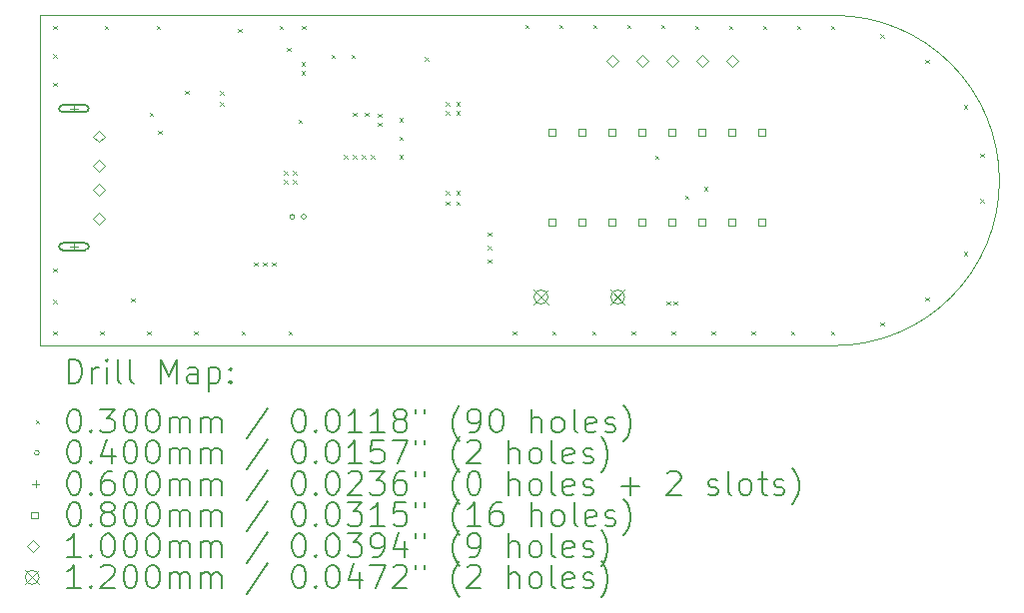
<source format=gbr>
%TF.GenerationSoftware,KiCad,Pcbnew,7.0.1*%
%TF.CreationDate,2023-03-25T16:35:45-05:00*%
%TF.ProjectId,STM32_XTW2_CLONE,53544d33-325f-4585-9457-325f434c4f4e,1.2.1V*%
%TF.SameCoordinates,Original*%
%TF.FileFunction,Drillmap*%
%TF.FilePolarity,Positive*%
%FSLAX45Y45*%
G04 Gerber Fmt 4.5, Leading zero omitted, Abs format (unit mm)*
G04 Created by KiCad (PCBNEW 7.0.1) date 2023-03-25 16:35:45*
%MOMM*%
%LPD*%
G01*
G04 APERTURE LIST*
%ADD10C,0.100000*%
%ADD11C,0.200000*%
%ADD12C,0.029972*%
%ADD13C,0.040000*%
%ADD14C,0.060000*%
%ADD15C,0.080010*%
%ADD16C,0.120000*%
G04 APERTURE END LIST*
D10*
X10777740Y-12610000D02*
X17508740Y-12610000D01*
X10777740Y-12610000D02*
X10777740Y-9810000D01*
X17508740Y-12610000D02*
G75*
G03*
X17508740Y-9810000I1360J1400000D01*
G01*
X17508740Y-9810000D02*
X10777740Y-9810000D01*
D11*
D12*
X10889754Y-9896614D02*
X10919726Y-9926586D01*
X10919726Y-9896614D02*
X10889754Y-9926586D01*
X10889754Y-10137914D02*
X10919726Y-10167886D01*
X10919726Y-10137914D02*
X10889754Y-10167886D01*
X10889754Y-10379214D02*
X10919726Y-10409186D01*
X10919726Y-10379214D02*
X10889754Y-10409186D01*
X10889754Y-11954014D02*
X10919726Y-11983986D01*
X10919726Y-11954014D02*
X10889754Y-11983986D01*
X10889754Y-12220714D02*
X10919726Y-12250686D01*
X10919726Y-12220714D02*
X10889754Y-12250686D01*
X10889754Y-12487414D02*
X10919726Y-12517386D01*
X10919726Y-12487414D02*
X10889754Y-12517386D01*
X11288534Y-12487414D02*
X11318506Y-12517386D01*
X11318506Y-12487414D02*
X11288534Y-12517386D01*
X11327904Y-9896614D02*
X11357876Y-9926586D01*
X11357876Y-9896614D02*
X11327904Y-9926586D01*
X11550154Y-12208014D02*
X11580126Y-12237986D01*
X11580126Y-12208014D02*
X11550154Y-12237986D01*
X11687314Y-12487414D02*
X11717286Y-12517386D01*
X11717286Y-12487414D02*
X11687314Y-12517386D01*
X11707634Y-10633214D02*
X11737606Y-10663186D01*
X11737606Y-10633214D02*
X11707634Y-10663186D01*
X11766054Y-9896614D02*
X11796026Y-9926586D01*
X11796026Y-9896614D02*
X11766054Y-9926586D01*
X11781294Y-10785614D02*
X11811266Y-10815586D01*
X11811266Y-10785614D02*
X11781294Y-10815586D01*
X12007354Y-10446004D02*
X12037326Y-10475976D01*
X12037326Y-10446004D02*
X12007354Y-10475976D01*
X12086094Y-12487414D02*
X12116066Y-12517386D01*
X12116066Y-12487414D02*
X12086094Y-12517386D01*
X12304014Y-10449814D02*
X12333986Y-10479786D01*
X12333986Y-10449814D02*
X12304014Y-10479786D01*
X12304014Y-10543794D02*
X12333986Y-10573766D01*
X12333986Y-10543794D02*
X12304014Y-10573766D01*
X12457484Y-9921494D02*
X12487456Y-9951466D01*
X12487456Y-9921494D02*
X12457484Y-9951466D01*
X12484874Y-12487414D02*
X12514846Y-12517386D01*
X12514846Y-12487414D02*
X12484874Y-12517386D01*
X12591554Y-11903214D02*
X12621526Y-11933186D01*
X12621526Y-11903214D02*
X12591554Y-11933186D01*
X12667754Y-11903214D02*
X12697726Y-11933186D01*
X12697726Y-11903214D02*
X12667754Y-11933186D01*
X12743954Y-11903214D02*
X12773926Y-11933186D01*
X12773926Y-11903214D02*
X12743954Y-11933186D01*
X12807454Y-9896614D02*
X12837426Y-9926586D01*
X12837426Y-9896614D02*
X12807454Y-9926586D01*
X12845554Y-11128514D02*
X12875526Y-11158486D01*
X12875526Y-11128514D02*
X12845554Y-11158486D01*
X12845554Y-11204714D02*
X12875526Y-11234686D01*
X12875526Y-11204714D02*
X12845554Y-11234686D01*
X12870954Y-10081514D02*
X12900926Y-10111486D01*
X12900926Y-10081514D02*
X12870954Y-10111486D01*
X12883654Y-12487414D02*
X12913626Y-12517386D01*
X12913626Y-12487414D02*
X12883654Y-12517386D01*
X12921754Y-11128514D02*
X12951726Y-11158486D01*
X12951726Y-11128514D02*
X12921754Y-11158486D01*
X12921754Y-11204714D02*
X12951726Y-11234686D01*
X12951726Y-11204714D02*
X12921754Y-11234686D01*
X12969494Y-10691114D02*
X12999466Y-10721086D01*
X12999466Y-10691114D02*
X12969494Y-10721086D01*
X12994894Y-10205974D02*
X13024866Y-10235946D01*
X13024866Y-10205974D02*
X12994894Y-10235946D01*
X12994894Y-10282174D02*
X13024866Y-10312146D01*
X13024866Y-10282174D02*
X12994894Y-10312146D01*
X12997954Y-9896614D02*
X13027926Y-9926586D01*
X13027926Y-9896614D02*
X12997954Y-9926586D01*
X13249414Y-10140454D02*
X13279386Y-10170426D01*
X13279386Y-10140454D02*
X13249414Y-10170426D01*
X13353554Y-10993894D02*
X13383526Y-11023866D01*
X13383526Y-10993894D02*
X13353554Y-11023866D01*
X13419594Y-10140454D02*
X13449566Y-10170426D01*
X13449566Y-10140454D02*
X13419594Y-10170426D01*
X13429754Y-10993894D02*
X13459726Y-11023866D01*
X13459726Y-10993894D02*
X13429754Y-11023866D01*
X13431754Y-10635214D02*
X13461726Y-10665186D01*
X13461726Y-10635214D02*
X13431754Y-10665186D01*
X13505954Y-10993894D02*
X13535926Y-11023866D01*
X13535926Y-10993894D02*
X13505954Y-11023866D01*
X13531354Y-10635214D02*
X13561326Y-10665186D01*
X13561326Y-10635214D02*
X13531354Y-10665186D01*
X13582154Y-10993894D02*
X13612126Y-11023866D01*
X13612126Y-10993894D02*
X13582154Y-11023866D01*
X13643114Y-10643374D02*
X13673086Y-10673346D01*
X13673086Y-10643374D02*
X13643114Y-10673346D01*
X13643114Y-10719574D02*
X13673086Y-10749546D01*
X13673086Y-10719574D02*
X13643114Y-10749546D01*
X13823254Y-10681474D02*
X13853226Y-10711446D01*
X13853226Y-10681474D02*
X13823254Y-10711446D01*
X13823254Y-10837684D02*
X13853226Y-10867656D01*
X13853226Y-10837684D02*
X13823254Y-10867656D01*
X13823254Y-10993894D02*
X13853226Y-11023866D01*
X13853226Y-10993894D02*
X13823254Y-11023866D01*
X14039354Y-10163314D02*
X14069326Y-10193286D01*
X14069326Y-10163314D02*
X14039354Y-10193286D01*
X14217154Y-10544314D02*
X14247126Y-10574286D01*
X14247126Y-10544314D02*
X14217154Y-10574286D01*
X14217154Y-10620514D02*
X14247126Y-10650486D01*
X14247126Y-10620514D02*
X14217154Y-10650486D01*
X14217154Y-11296154D02*
X14247126Y-11326126D01*
X14247126Y-11296154D02*
X14217154Y-11326126D01*
X14217154Y-11385054D02*
X14247126Y-11415026D01*
X14247126Y-11385054D02*
X14217154Y-11415026D01*
X14306054Y-10544314D02*
X14336026Y-10574286D01*
X14336026Y-10544314D02*
X14306054Y-10574286D01*
X14306054Y-10620514D02*
X14336026Y-10650486D01*
X14336026Y-10620514D02*
X14306054Y-10650486D01*
X14306054Y-11296154D02*
X14336026Y-11326126D01*
X14336026Y-11296154D02*
X14306054Y-11326126D01*
X14306054Y-11385054D02*
X14336026Y-11415026D01*
X14336026Y-11385054D02*
X14306054Y-11415026D01*
X14572754Y-11649214D02*
X14602726Y-11679186D01*
X14602726Y-11649214D02*
X14572754Y-11679186D01*
X14572754Y-11763514D02*
X14602726Y-11793486D01*
X14602726Y-11763514D02*
X14572754Y-11793486D01*
X14572754Y-11877814D02*
X14602726Y-11907786D01*
X14602726Y-11877814D02*
X14572754Y-11907786D01*
X14783574Y-12487414D02*
X14813546Y-12517386D01*
X14813546Y-12487414D02*
X14783574Y-12517386D01*
X14889408Y-9886454D02*
X14919380Y-9916426D01*
X14919380Y-9886454D02*
X14889408Y-9916426D01*
X15120759Y-12487414D02*
X15150731Y-12517386D01*
X15150731Y-12487414D02*
X15120759Y-12517386D01*
X15177274Y-9886454D02*
X15207246Y-9916426D01*
X15207246Y-9886454D02*
X15177274Y-9916426D01*
X15457944Y-12487414D02*
X15487916Y-12517386D01*
X15487916Y-12487414D02*
X15457944Y-12517386D01*
X15465141Y-9886454D02*
X15495113Y-9916426D01*
X15495113Y-9886454D02*
X15465141Y-9916426D01*
X15753007Y-9886454D02*
X15782979Y-9916426D01*
X15782979Y-9886454D02*
X15753007Y-9916426D01*
X15795129Y-12487414D02*
X15825101Y-12517386D01*
X15825101Y-12487414D02*
X15795129Y-12517386D01*
X15990074Y-10998974D02*
X16020046Y-11028946D01*
X16020046Y-10998974D02*
X15990074Y-11028946D01*
X16040874Y-9886454D02*
X16070846Y-9916426D01*
X16070846Y-9886454D02*
X16040874Y-9916426D01*
X16089134Y-12233414D02*
X16119106Y-12263386D01*
X16119106Y-12233414D02*
X16089134Y-12263386D01*
X16132314Y-12487414D02*
X16162286Y-12517386D01*
X16162286Y-12487414D02*
X16132314Y-12517386D01*
X16150094Y-12233414D02*
X16180066Y-12263386D01*
X16180066Y-12233414D02*
X16150094Y-12263386D01*
X16244074Y-11336794D02*
X16274046Y-11366766D01*
X16274046Y-11336794D02*
X16244074Y-11366766D01*
X16329587Y-9896614D02*
X16359559Y-9926586D01*
X16359559Y-9896614D02*
X16329587Y-9926586D01*
X16406634Y-11265674D02*
X16436606Y-11295646D01*
X16436606Y-11265674D02*
X16406634Y-11295646D01*
X16469499Y-12487414D02*
X16499471Y-12517386D01*
X16499471Y-12487414D02*
X16469499Y-12517386D01*
X16617454Y-9896614D02*
X16647426Y-9926586D01*
X16647426Y-9896614D02*
X16617454Y-9926586D01*
X16806684Y-12487414D02*
X16836656Y-12517386D01*
X16836656Y-12487414D02*
X16806684Y-12517386D01*
X16905320Y-9896614D02*
X16935292Y-9926586D01*
X16935292Y-9896614D02*
X16905320Y-9926586D01*
X17143869Y-12487414D02*
X17173841Y-12517386D01*
X17173841Y-12487414D02*
X17143869Y-12517386D01*
X17193187Y-9896614D02*
X17223159Y-9926586D01*
X17223159Y-9896614D02*
X17193187Y-9926586D01*
X17481054Y-9896614D02*
X17511026Y-9926586D01*
X17511026Y-9896614D02*
X17481054Y-9926586D01*
X17481054Y-12487414D02*
X17511026Y-12517386D01*
X17511026Y-12487414D02*
X17481054Y-12517386D01*
X17900154Y-9967734D02*
X17930126Y-9997706D01*
X17930126Y-9967734D02*
X17900154Y-9997706D01*
X17900154Y-12411214D02*
X17930126Y-12441186D01*
X17930126Y-12411214D02*
X17900154Y-12441186D01*
X18281154Y-10183634D02*
X18311126Y-10213606D01*
X18311126Y-10183634D02*
X18281154Y-10213606D01*
X18281154Y-12197854D02*
X18311126Y-12227826D01*
X18311126Y-12197854D02*
X18281154Y-12227826D01*
X18606274Y-10569714D02*
X18636246Y-10599686D01*
X18636246Y-10569714D02*
X18606274Y-10599686D01*
X18606274Y-11814314D02*
X18636246Y-11844286D01*
X18636246Y-11814314D02*
X18606274Y-11844286D01*
X18745974Y-10978654D02*
X18775946Y-11008626D01*
X18775946Y-10978654D02*
X18745974Y-11008626D01*
X18748514Y-11364734D02*
X18778486Y-11394706D01*
X18778486Y-11364734D02*
X18748514Y-11394706D01*
D13*
X12936420Y-11516750D02*
G75*
G03*
X12936420Y-11516750I-20000J0D01*
G01*
X13032940Y-11516750D02*
G75*
G03*
X13032940Y-11516750I-20000J0D01*
G01*
D14*
X11066390Y-10570000D02*
X11066390Y-10630000D01*
X11036390Y-10600000D02*
X11096390Y-10600000D01*
D11*
X11161390Y-10570000D02*
X10971390Y-10570000D01*
X10971390Y-10570000D02*
G75*
G03*
X10971390Y-10630000I0J-30000D01*
G01*
X10971390Y-10630000D02*
X11161390Y-10630000D01*
X11161390Y-10630000D02*
G75*
G03*
X11161390Y-10570000I0J30000D01*
G01*
D14*
X11066390Y-11740000D02*
X11066390Y-11800000D01*
X11036390Y-11770000D02*
X11096390Y-11770000D01*
D11*
X11161390Y-11740000D02*
X10971390Y-11740000D01*
X10971390Y-11740000D02*
G75*
G03*
X10971390Y-11800000I0J-30000D01*
G01*
X10971390Y-11800000D02*
X11161390Y-11800000D01*
X11161390Y-11800000D02*
G75*
G03*
X11161390Y-11740000I0J30000D01*
G01*
D15*
X15148428Y-10828888D02*
X15148428Y-10772312D01*
X15091852Y-10772312D01*
X15091852Y-10828888D01*
X15148428Y-10828888D01*
X15148428Y-11590888D02*
X15148428Y-11534312D01*
X15091852Y-11534312D01*
X15091852Y-11590888D01*
X15148428Y-11590888D01*
X15402428Y-10828888D02*
X15402428Y-10772312D01*
X15345852Y-10772312D01*
X15345852Y-10828888D01*
X15402428Y-10828888D01*
X15402428Y-11590888D02*
X15402428Y-11534312D01*
X15345852Y-11534312D01*
X15345852Y-11590888D01*
X15402428Y-11590888D01*
X15656428Y-10828888D02*
X15656428Y-10772312D01*
X15599852Y-10772312D01*
X15599852Y-10828888D01*
X15656428Y-10828888D01*
X15656428Y-11590888D02*
X15656428Y-11534312D01*
X15599852Y-11534312D01*
X15599852Y-11590888D01*
X15656428Y-11590888D01*
X15910428Y-10828888D02*
X15910428Y-10772312D01*
X15853852Y-10772312D01*
X15853852Y-10828888D01*
X15910428Y-10828888D01*
X15910428Y-11590888D02*
X15910428Y-11534312D01*
X15853852Y-11534312D01*
X15853852Y-11590888D01*
X15910428Y-11590888D01*
X16164428Y-10828888D02*
X16164428Y-10772312D01*
X16107852Y-10772312D01*
X16107852Y-10828888D01*
X16164428Y-10828888D01*
X16164428Y-11590888D02*
X16164428Y-11534312D01*
X16107852Y-11534312D01*
X16107852Y-11590888D01*
X16164428Y-11590888D01*
X16418428Y-10828888D02*
X16418428Y-10772312D01*
X16361852Y-10772312D01*
X16361852Y-10828888D01*
X16418428Y-10828888D01*
X16418428Y-11590888D02*
X16418428Y-11534312D01*
X16361852Y-11534312D01*
X16361852Y-11590888D01*
X16418428Y-11590888D01*
X16672428Y-10828888D02*
X16672428Y-10772312D01*
X16615852Y-10772312D01*
X16615852Y-10828888D01*
X16672428Y-10828888D01*
X16672428Y-11590888D02*
X16672428Y-11534312D01*
X16615852Y-11534312D01*
X16615852Y-11590888D01*
X16672428Y-11590888D01*
X16926428Y-10828888D02*
X16926428Y-10772312D01*
X16869852Y-10772312D01*
X16869852Y-10828888D01*
X16926428Y-10828888D01*
X16926428Y-11590888D02*
X16926428Y-11534312D01*
X16869852Y-11534312D01*
X16869852Y-11590888D01*
X16926428Y-11590888D01*
D10*
X11279390Y-10885000D02*
X11329390Y-10835000D01*
X11279390Y-10785000D01*
X11229390Y-10835000D01*
X11279390Y-10885000D01*
X11279390Y-11135000D02*
X11329390Y-11085000D01*
X11279390Y-11035000D01*
X11229390Y-11085000D01*
X11279390Y-11135000D01*
X11279390Y-11335000D02*
X11329390Y-11285000D01*
X11279390Y-11235000D01*
X11229390Y-11285000D01*
X11279390Y-11335000D01*
X11279390Y-11585000D02*
X11329390Y-11535000D01*
X11279390Y-11485000D01*
X11229390Y-11535000D01*
X11279390Y-11585000D01*
X15628140Y-10246080D02*
X15678140Y-10196080D01*
X15628140Y-10146080D01*
X15578140Y-10196080D01*
X15628140Y-10246080D01*
X15882140Y-10246080D02*
X15932140Y-10196080D01*
X15882140Y-10146080D01*
X15832140Y-10196080D01*
X15882140Y-10246080D01*
X16136140Y-10246080D02*
X16186140Y-10196080D01*
X16136140Y-10146080D01*
X16086140Y-10196080D01*
X16136140Y-10246080D01*
X16390140Y-10246080D02*
X16440140Y-10196080D01*
X16390140Y-10146080D01*
X16340140Y-10196080D01*
X16390140Y-10246080D01*
X16644140Y-10246080D02*
X16694140Y-10196080D01*
X16644140Y-10146080D01*
X16594140Y-10196080D01*
X16644140Y-10246080D01*
D16*
X14964740Y-12137600D02*
X15084740Y-12257600D01*
X15084740Y-12137600D02*
X14964740Y-12257600D01*
X15084740Y-12197600D02*
G75*
G03*
X15084740Y-12197600I-60000J0D01*
G01*
X15614740Y-12137600D02*
X15734740Y-12257600D01*
X15734740Y-12137600D02*
X15614740Y-12257600D01*
X15734740Y-12197600D02*
G75*
G03*
X15734740Y-12197600I-60000J0D01*
G01*
D11*
X11020359Y-12927524D02*
X11020359Y-12727524D01*
X11020359Y-12727524D02*
X11067978Y-12727524D01*
X11067978Y-12727524D02*
X11096550Y-12737048D01*
X11096550Y-12737048D02*
X11115597Y-12756096D01*
X11115597Y-12756096D02*
X11125121Y-12775143D01*
X11125121Y-12775143D02*
X11134645Y-12813239D01*
X11134645Y-12813239D02*
X11134645Y-12841810D01*
X11134645Y-12841810D02*
X11125121Y-12879905D01*
X11125121Y-12879905D02*
X11115597Y-12898953D01*
X11115597Y-12898953D02*
X11096550Y-12918001D01*
X11096550Y-12918001D02*
X11067978Y-12927524D01*
X11067978Y-12927524D02*
X11020359Y-12927524D01*
X11220359Y-12927524D02*
X11220359Y-12794191D01*
X11220359Y-12832286D02*
X11229883Y-12813239D01*
X11229883Y-12813239D02*
X11239407Y-12803715D01*
X11239407Y-12803715D02*
X11258454Y-12794191D01*
X11258454Y-12794191D02*
X11277502Y-12794191D01*
X11344168Y-12927524D02*
X11344168Y-12794191D01*
X11344168Y-12727524D02*
X11334645Y-12737048D01*
X11334645Y-12737048D02*
X11344168Y-12746572D01*
X11344168Y-12746572D02*
X11353692Y-12737048D01*
X11353692Y-12737048D02*
X11344168Y-12727524D01*
X11344168Y-12727524D02*
X11344168Y-12746572D01*
X11467978Y-12927524D02*
X11448930Y-12918001D01*
X11448930Y-12918001D02*
X11439407Y-12898953D01*
X11439407Y-12898953D02*
X11439407Y-12727524D01*
X11572740Y-12927524D02*
X11553692Y-12918001D01*
X11553692Y-12918001D02*
X11544168Y-12898953D01*
X11544168Y-12898953D02*
X11544168Y-12727524D01*
X11801311Y-12927524D02*
X11801311Y-12727524D01*
X11801311Y-12727524D02*
X11867978Y-12870382D01*
X11867978Y-12870382D02*
X11934645Y-12727524D01*
X11934645Y-12727524D02*
X11934645Y-12927524D01*
X12115597Y-12927524D02*
X12115597Y-12822763D01*
X12115597Y-12822763D02*
X12106073Y-12803715D01*
X12106073Y-12803715D02*
X12087026Y-12794191D01*
X12087026Y-12794191D02*
X12048930Y-12794191D01*
X12048930Y-12794191D02*
X12029883Y-12803715D01*
X12115597Y-12918001D02*
X12096549Y-12927524D01*
X12096549Y-12927524D02*
X12048930Y-12927524D01*
X12048930Y-12927524D02*
X12029883Y-12918001D01*
X12029883Y-12918001D02*
X12020359Y-12898953D01*
X12020359Y-12898953D02*
X12020359Y-12879905D01*
X12020359Y-12879905D02*
X12029883Y-12860858D01*
X12029883Y-12860858D02*
X12048930Y-12851334D01*
X12048930Y-12851334D02*
X12096549Y-12851334D01*
X12096549Y-12851334D02*
X12115597Y-12841810D01*
X12210835Y-12794191D02*
X12210835Y-12994191D01*
X12210835Y-12803715D02*
X12229883Y-12794191D01*
X12229883Y-12794191D02*
X12267978Y-12794191D01*
X12267978Y-12794191D02*
X12287026Y-12803715D01*
X12287026Y-12803715D02*
X12296549Y-12813239D01*
X12296549Y-12813239D02*
X12306073Y-12832286D01*
X12306073Y-12832286D02*
X12306073Y-12889429D01*
X12306073Y-12889429D02*
X12296549Y-12908477D01*
X12296549Y-12908477D02*
X12287026Y-12918001D01*
X12287026Y-12918001D02*
X12267978Y-12927524D01*
X12267978Y-12927524D02*
X12229883Y-12927524D01*
X12229883Y-12927524D02*
X12210835Y-12918001D01*
X12391788Y-12908477D02*
X12401311Y-12918001D01*
X12401311Y-12918001D02*
X12391788Y-12927524D01*
X12391788Y-12927524D02*
X12382264Y-12918001D01*
X12382264Y-12918001D02*
X12391788Y-12908477D01*
X12391788Y-12908477D02*
X12391788Y-12927524D01*
X12391788Y-12803715D02*
X12401311Y-12813239D01*
X12401311Y-12813239D02*
X12391788Y-12822763D01*
X12391788Y-12822763D02*
X12382264Y-12813239D01*
X12382264Y-12813239D02*
X12391788Y-12803715D01*
X12391788Y-12803715D02*
X12391788Y-12822763D01*
D12*
X10742768Y-13240015D02*
X10772740Y-13269987D01*
X10772740Y-13240015D02*
X10742768Y-13269987D01*
D11*
X11058454Y-13147524D02*
X11077502Y-13147524D01*
X11077502Y-13147524D02*
X11096550Y-13157048D01*
X11096550Y-13157048D02*
X11106073Y-13166572D01*
X11106073Y-13166572D02*
X11115597Y-13185620D01*
X11115597Y-13185620D02*
X11125121Y-13223715D01*
X11125121Y-13223715D02*
X11125121Y-13271334D01*
X11125121Y-13271334D02*
X11115597Y-13309429D01*
X11115597Y-13309429D02*
X11106073Y-13328477D01*
X11106073Y-13328477D02*
X11096550Y-13338001D01*
X11096550Y-13338001D02*
X11077502Y-13347524D01*
X11077502Y-13347524D02*
X11058454Y-13347524D01*
X11058454Y-13347524D02*
X11039407Y-13338001D01*
X11039407Y-13338001D02*
X11029883Y-13328477D01*
X11029883Y-13328477D02*
X11020359Y-13309429D01*
X11020359Y-13309429D02*
X11010835Y-13271334D01*
X11010835Y-13271334D02*
X11010835Y-13223715D01*
X11010835Y-13223715D02*
X11020359Y-13185620D01*
X11020359Y-13185620D02*
X11029883Y-13166572D01*
X11029883Y-13166572D02*
X11039407Y-13157048D01*
X11039407Y-13157048D02*
X11058454Y-13147524D01*
X11210835Y-13328477D02*
X11220359Y-13338001D01*
X11220359Y-13338001D02*
X11210835Y-13347524D01*
X11210835Y-13347524D02*
X11201311Y-13338001D01*
X11201311Y-13338001D02*
X11210835Y-13328477D01*
X11210835Y-13328477D02*
X11210835Y-13347524D01*
X11287026Y-13147524D02*
X11410835Y-13147524D01*
X11410835Y-13147524D02*
X11344168Y-13223715D01*
X11344168Y-13223715D02*
X11372740Y-13223715D01*
X11372740Y-13223715D02*
X11391788Y-13233239D01*
X11391788Y-13233239D02*
X11401311Y-13242763D01*
X11401311Y-13242763D02*
X11410835Y-13261810D01*
X11410835Y-13261810D02*
X11410835Y-13309429D01*
X11410835Y-13309429D02*
X11401311Y-13328477D01*
X11401311Y-13328477D02*
X11391788Y-13338001D01*
X11391788Y-13338001D02*
X11372740Y-13347524D01*
X11372740Y-13347524D02*
X11315597Y-13347524D01*
X11315597Y-13347524D02*
X11296549Y-13338001D01*
X11296549Y-13338001D02*
X11287026Y-13328477D01*
X11534645Y-13147524D02*
X11553692Y-13147524D01*
X11553692Y-13147524D02*
X11572740Y-13157048D01*
X11572740Y-13157048D02*
X11582264Y-13166572D01*
X11582264Y-13166572D02*
X11591788Y-13185620D01*
X11591788Y-13185620D02*
X11601311Y-13223715D01*
X11601311Y-13223715D02*
X11601311Y-13271334D01*
X11601311Y-13271334D02*
X11591788Y-13309429D01*
X11591788Y-13309429D02*
X11582264Y-13328477D01*
X11582264Y-13328477D02*
X11572740Y-13338001D01*
X11572740Y-13338001D02*
X11553692Y-13347524D01*
X11553692Y-13347524D02*
X11534645Y-13347524D01*
X11534645Y-13347524D02*
X11515597Y-13338001D01*
X11515597Y-13338001D02*
X11506073Y-13328477D01*
X11506073Y-13328477D02*
X11496549Y-13309429D01*
X11496549Y-13309429D02*
X11487026Y-13271334D01*
X11487026Y-13271334D02*
X11487026Y-13223715D01*
X11487026Y-13223715D02*
X11496549Y-13185620D01*
X11496549Y-13185620D02*
X11506073Y-13166572D01*
X11506073Y-13166572D02*
X11515597Y-13157048D01*
X11515597Y-13157048D02*
X11534645Y-13147524D01*
X11725121Y-13147524D02*
X11744169Y-13147524D01*
X11744169Y-13147524D02*
X11763216Y-13157048D01*
X11763216Y-13157048D02*
X11772740Y-13166572D01*
X11772740Y-13166572D02*
X11782264Y-13185620D01*
X11782264Y-13185620D02*
X11791788Y-13223715D01*
X11791788Y-13223715D02*
X11791788Y-13271334D01*
X11791788Y-13271334D02*
X11782264Y-13309429D01*
X11782264Y-13309429D02*
X11772740Y-13328477D01*
X11772740Y-13328477D02*
X11763216Y-13338001D01*
X11763216Y-13338001D02*
X11744169Y-13347524D01*
X11744169Y-13347524D02*
X11725121Y-13347524D01*
X11725121Y-13347524D02*
X11706073Y-13338001D01*
X11706073Y-13338001D02*
X11696549Y-13328477D01*
X11696549Y-13328477D02*
X11687026Y-13309429D01*
X11687026Y-13309429D02*
X11677502Y-13271334D01*
X11677502Y-13271334D02*
X11677502Y-13223715D01*
X11677502Y-13223715D02*
X11687026Y-13185620D01*
X11687026Y-13185620D02*
X11696549Y-13166572D01*
X11696549Y-13166572D02*
X11706073Y-13157048D01*
X11706073Y-13157048D02*
X11725121Y-13147524D01*
X11877502Y-13347524D02*
X11877502Y-13214191D01*
X11877502Y-13233239D02*
X11887026Y-13223715D01*
X11887026Y-13223715D02*
X11906073Y-13214191D01*
X11906073Y-13214191D02*
X11934645Y-13214191D01*
X11934645Y-13214191D02*
X11953692Y-13223715D01*
X11953692Y-13223715D02*
X11963216Y-13242763D01*
X11963216Y-13242763D02*
X11963216Y-13347524D01*
X11963216Y-13242763D02*
X11972740Y-13223715D01*
X11972740Y-13223715D02*
X11991788Y-13214191D01*
X11991788Y-13214191D02*
X12020359Y-13214191D01*
X12020359Y-13214191D02*
X12039407Y-13223715D01*
X12039407Y-13223715D02*
X12048930Y-13242763D01*
X12048930Y-13242763D02*
X12048930Y-13347524D01*
X12144169Y-13347524D02*
X12144169Y-13214191D01*
X12144169Y-13233239D02*
X12153692Y-13223715D01*
X12153692Y-13223715D02*
X12172740Y-13214191D01*
X12172740Y-13214191D02*
X12201311Y-13214191D01*
X12201311Y-13214191D02*
X12220359Y-13223715D01*
X12220359Y-13223715D02*
X12229883Y-13242763D01*
X12229883Y-13242763D02*
X12229883Y-13347524D01*
X12229883Y-13242763D02*
X12239407Y-13223715D01*
X12239407Y-13223715D02*
X12258454Y-13214191D01*
X12258454Y-13214191D02*
X12287026Y-13214191D01*
X12287026Y-13214191D02*
X12306073Y-13223715D01*
X12306073Y-13223715D02*
X12315597Y-13242763D01*
X12315597Y-13242763D02*
X12315597Y-13347524D01*
X12706073Y-13138001D02*
X12534645Y-13395143D01*
X12963216Y-13147524D02*
X12982264Y-13147524D01*
X12982264Y-13147524D02*
X13001312Y-13157048D01*
X13001312Y-13157048D02*
X13010835Y-13166572D01*
X13010835Y-13166572D02*
X13020359Y-13185620D01*
X13020359Y-13185620D02*
X13029883Y-13223715D01*
X13029883Y-13223715D02*
X13029883Y-13271334D01*
X13029883Y-13271334D02*
X13020359Y-13309429D01*
X13020359Y-13309429D02*
X13010835Y-13328477D01*
X13010835Y-13328477D02*
X13001312Y-13338001D01*
X13001312Y-13338001D02*
X12982264Y-13347524D01*
X12982264Y-13347524D02*
X12963216Y-13347524D01*
X12963216Y-13347524D02*
X12944169Y-13338001D01*
X12944169Y-13338001D02*
X12934645Y-13328477D01*
X12934645Y-13328477D02*
X12925121Y-13309429D01*
X12925121Y-13309429D02*
X12915597Y-13271334D01*
X12915597Y-13271334D02*
X12915597Y-13223715D01*
X12915597Y-13223715D02*
X12925121Y-13185620D01*
X12925121Y-13185620D02*
X12934645Y-13166572D01*
X12934645Y-13166572D02*
X12944169Y-13157048D01*
X12944169Y-13157048D02*
X12963216Y-13147524D01*
X13115597Y-13328477D02*
X13125121Y-13338001D01*
X13125121Y-13338001D02*
X13115597Y-13347524D01*
X13115597Y-13347524D02*
X13106073Y-13338001D01*
X13106073Y-13338001D02*
X13115597Y-13328477D01*
X13115597Y-13328477D02*
X13115597Y-13347524D01*
X13248931Y-13147524D02*
X13267978Y-13147524D01*
X13267978Y-13147524D02*
X13287026Y-13157048D01*
X13287026Y-13157048D02*
X13296550Y-13166572D01*
X13296550Y-13166572D02*
X13306073Y-13185620D01*
X13306073Y-13185620D02*
X13315597Y-13223715D01*
X13315597Y-13223715D02*
X13315597Y-13271334D01*
X13315597Y-13271334D02*
X13306073Y-13309429D01*
X13306073Y-13309429D02*
X13296550Y-13328477D01*
X13296550Y-13328477D02*
X13287026Y-13338001D01*
X13287026Y-13338001D02*
X13267978Y-13347524D01*
X13267978Y-13347524D02*
X13248931Y-13347524D01*
X13248931Y-13347524D02*
X13229883Y-13338001D01*
X13229883Y-13338001D02*
X13220359Y-13328477D01*
X13220359Y-13328477D02*
X13210835Y-13309429D01*
X13210835Y-13309429D02*
X13201312Y-13271334D01*
X13201312Y-13271334D02*
X13201312Y-13223715D01*
X13201312Y-13223715D02*
X13210835Y-13185620D01*
X13210835Y-13185620D02*
X13220359Y-13166572D01*
X13220359Y-13166572D02*
X13229883Y-13157048D01*
X13229883Y-13157048D02*
X13248931Y-13147524D01*
X13506073Y-13347524D02*
X13391788Y-13347524D01*
X13448931Y-13347524D02*
X13448931Y-13147524D01*
X13448931Y-13147524D02*
X13429883Y-13176096D01*
X13429883Y-13176096D02*
X13410835Y-13195143D01*
X13410835Y-13195143D02*
X13391788Y-13204667D01*
X13696550Y-13347524D02*
X13582264Y-13347524D01*
X13639407Y-13347524D02*
X13639407Y-13147524D01*
X13639407Y-13147524D02*
X13620359Y-13176096D01*
X13620359Y-13176096D02*
X13601312Y-13195143D01*
X13601312Y-13195143D02*
X13582264Y-13204667D01*
X13810835Y-13233239D02*
X13791788Y-13223715D01*
X13791788Y-13223715D02*
X13782264Y-13214191D01*
X13782264Y-13214191D02*
X13772740Y-13195143D01*
X13772740Y-13195143D02*
X13772740Y-13185620D01*
X13772740Y-13185620D02*
X13782264Y-13166572D01*
X13782264Y-13166572D02*
X13791788Y-13157048D01*
X13791788Y-13157048D02*
X13810835Y-13147524D01*
X13810835Y-13147524D02*
X13848931Y-13147524D01*
X13848931Y-13147524D02*
X13867978Y-13157048D01*
X13867978Y-13157048D02*
X13877502Y-13166572D01*
X13877502Y-13166572D02*
X13887026Y-13185620D01*
X13887026Y-13185620D02*
X13887026Y-13195143D01*
X13887026Y-13195143D02*
X13877502Y-13214191D01*
X13877502Y-13214191D02*
X13867978Y-13223715D01*
X13867978Y-13223715D02*
X13848931Y-13233239D01*
X13848931Y-13233239D02*
X13810835Y-13233239D01*
X13810835Y-13233239D02*
X13791788Y-13242763D01*
X13791788Y-13242763D02*
X13782264Y-13252286D01*
X13782264Y-13252286D02*
X13772740Y-13271334D01*
X13772740Y-13271334D02*
X13772740Y-13309429D01*
X13772740Y-13309429D02*
X13782264Y-13328477D01*
X13782264Y-13328477D02*
X13791788Y-13338001D01*
X13791788Y-13338001D02*
X13810835Y-13347524D01*
X13810835Y-13347524D02*
X13848931Y-13347524D01*
X13848931Y-13347524D02*
X13867978Y-13338001D01*
X13867978Y-13338001D02*
X13877502Y-13328477D01*
X13877502Y-13328477D02*
X13887026Y-13309429D01*
X13887026Y-13309429D02*
X13887026Y-13271334D01*
X13887026Y-13271334D02*
X13877502Y-13252286D01*
X13877502Y-13252286D02*
X13867978Y-13242763D01*
X13867978Y-13242763D02*
X13848931Y-13233239D01*
X13963216Y-13147524D02*
X13963216Y-13185620D01*
X14039407Y-13147524D02*
X14039407Y-13185620D01*
X14334645Y-13423715D02*
X14325121Y-13414191D01*
X14325121Y-13414191D02*
X14306074Y-13385620D01*
X14306074Y-13385620D02*
X14296550Y-13366572D01*
X14296550Y-13366572D02*
X14287026Y-13338001D01*
X14287026Y-13338001D02*
X14277502Y-13290382D01*
X14277502Y-13290382D02*
X14277502Y-13252286D01*
X14277502Y-13252286D02*
X14287026Y-13204667D01*
X14287026Y-13204667D02*
X14296550Y-13176096D01*
X14296550Y-13176096D02*
X14306074Y-13157048D01*
X14306074Y-13157048D02*
X14325121Y-13128477D01*
X14325121Y-13128477D02*
X14334645Y-13118953D01*
X14420359Y-13347524D02*
X14458454Y-13347524D01*
X14458454Y-13347524D02*
X14477502Y-13338001D01*
X14477502Y-13338001D02*
X14487026Y-13328477D01*
X14487026Y-13328477D02*
X14506074Y-13299905D01*
X14506074Y-13299905D02*
X14515597Y-13261810D01*
X14515597Y-13261810D02*
X14515597Y-13185620D01*
X14515597Y-13185620D02*
X14506074Y-13166572D01*
X14506074Y-13166572D02*
X14496550Y-13157048D01*
X14496550Y-13157048D02*
X14477502Y-13147524D01*
X14477502Y-13147524D02*
X14439407Y-13147524D01*
X14439407Y-13147524D02*
X14420359Y-13157048D01*
X14420359Y-13157048D02*
X14410835Y-13166572D01*
X14410835Y-13166572D02*
X14401312Y-13185620D01*
X14401312Y-13185620D02*
X14401312Y-13233239D01*
X14401312Y-13233239D02*
X14410835Y-13252286D01*
X14410835Y-13252286D02*
X14420359Y-13261810D01*
X14420359Y-13261810D02*
X14439407Y-13271334D01*
X14439407Y-13271334D02*
X14477502Y-13271334D01*
X14477502Y-13271334D02*
X14496550Y-13261810D01*
X14496550Y-13261810D02*
X14506074Y-13252286D01*
X14506074Y-13252286D02*
X14515597Y-13233239D01*
X14639407Y-13147524D02*
X14658455Y-13147524D01*
X14658455Y-13147524D02*
X14677502Y-13157048D01*
X14677502Y-13157048D02*
X14687026Y-13166572D01*
X14687026Y-13166572D02*
X14696550Y-13185620D01*
X14696550Y-13185620D02*
X14706074Y-13223715D01*
X14706074Y-13223715D02*
X14706074Y-13271334D01*
X14706074Y-13271334D02*
X14696550Y-13309429D01*
X14696550Y-13309429D02*
X14687026Y-13328477D01*
X14687026Y-13328477D02*
X14677502Y-13338001D01*
X14677502Y-13338001D02*
X14658455Y-13347524D01*
X14658455Y-13347524D02*
X14639407Y-13347524D01*
X14639407Y-13347524D02*
X14620359Y-13338001D01*
X14620359Y-13338001D02*
X14610835Y-13328477D01*
X14610835Y-13328477D02*
X14601312Y-13309429D01*
X14601312Y-13309429D02*
X14591788Y-13271334D01*
X14591788Y-13271334D02*
X14591788Y-13223715D01*
X14591788Y-13223715D02*
X14601312Y-13185620D01*
X14601312Y-13185620D02*
X14610835Y-13166572D01*
X14610835Y-13166572D02*
X14620359Y-13157048D01*
X14620359Y-13157048D02*
X14639407Y-13147524D01*
X14944169Y-13347524D02*
X14944169Y-13147524D01*
X15029883Y-13347524D02*
X15029883Y-13242763D01*
X15029883Y-13242763D02*
X15020359Y-13223715D01*
X15020359Y-13223715D02*
X15001312Y-13214191D01*
X15001312Y-13214191D02*
X14972740Y-13214191D01*
X14972740Y-13214191D02*
X14953693Y-13223715D01*
X14953693Y-13223715D02*
X14944169Y-13233239D01*
X15153693Y-13347524D02*
X15134645Y-13338001D01*
X15134645Y-13338001D02*
X15125121Y-13328477D01*
X15125121Y-13328477D02*
X15115597Y-13309429D01*
X15115597Y-13309429D02*
X15115597Y-13252286D01*
X15115597Y-13252286D02*
X15125121Y-13233239D01*
X15125121Y-13233239D02*
X15134645Y-13223715D01*
X15134645Y-13223715D02*
X15153693Y-13214191D01*
X15153693Y-13214191D02*
X15182264Y-13214191D01*
X15182264Y-13214191D02*
X15201312Y-13223715D01*
X15201312Y-13223715D02*
X15210836Y-13233239D01*
X15210836Y-13233239D02*
X15220359Y-13252286D01*
X15220359Y-13252286D02*
X15220359Y-13309429D01*
X15220359Y-13309429D02*
X15210836Y-13328477D01*
X15210836Y-13328477D02*
X15201312Y-13338001D01*
X15201312Y-13338001D02*
X15182264Y-13347524D01*
X15182264Y-13347524D02*
X15153693Y-13347524D01*
X15334645Y-13347524D02*
X15315597Y-13338001D01*
X15315597Y-13338001D02*
X15306074Y-13318953D01*
X15306074Y-13318953D02*
X15306074Y-13147524D01*
X15487026Y-13338001D02*
X15467978Y-13347524D01*
X15467978Y-13347524D02*
X15429883Y-13347524D01*
X15429883Y-13347524D02*
X15410836Y-13338001D01*
X15410836Y-13338001D02*
X15401312Y-13318953D01*
X15401312Y-13318953D02*
X15401312Y-13242763D01*
X15401312Y-13242763D02*
X15410836Y-13223715D01*
X15410836Y-13223715D02*
X15429883Y-13214191D01*
X15429883Y-13214191D02*
X15467978Y-13214191D01*
X15467978Y-13214191D02*
X15487026Y-13223715D01*
X15487026Y-13223715D02*
X15496550Y-13242763D01*
X15496550Y-13242763D02*
X15496550Y-13261810D01*
X15496550Y-13261810D02*
X15401312Y-13280858D01*
X15572740Y-13338001D02*
X15591788Y-13347524D01*
X15591788Y-13347524D02*
X15629883Y-13347524D01*
X15629883Y-13347524D02*
X15648931Y-13338001D01*
X15648931Y-13338001D02*
X15658455Y-13318953D01*
X15658455Y-13318953D02*
X15658455Y-13309429D01*
X15658455Y-13309429D02*
X15648931Y-13290382D01*
X15648931Y-13290382D02*
X15629883Y-13280858D01*
X15629883Y-13280858D02*
X15601312Y-13280858D01*
X15601312Y-13280858D02*
X15582264Y-13271334D01*
X15582264Y-13271334D02*
X15572740Y-13252286D01*
X15572740Y-13252286D02*
X15572740Y-13242763D01*
X15572740Y-13242763D02*
X15582264Y-13223715D01*
X15582264Y-13223715D02*
X15601312Y-13214191D01*
X15601312Y-13214191D02*
X15629883Y-13214191D01*
X15629883Y-13214191D02*
X15648931Y-13223715D01*
X15725121Y-13423715D02*
X15734645Y-13414191D01*
X15734645Y-13414191D02*
X15753693Y-13385620D01*
X15753693Y-13385620D02*
X15763217Y-13366572D01*
X15763217Y-13366572D02*
X15772740Y-13338001D01*
X15772740Y-13338001D02*
X15782264Y-13290382D01*
X15782264Y-13290382D02*
X15782264Y-13252286D01*
X15782264Y-13252286D02*
X15772740Y-13204667D01*
X15772740Y-13204667D02*
X15763217Y-13176096D01*
X15763217Y-13176096D02*
X15753693Y-13157048D01*
X15753693Y-13157048D02*
X15734645Y-13128477D01*
X15734645Y-13128477D02*
X15725121Y-13118953D01*
D13*
X10772740Y-13519001D02*
G75*
G03*
X10772740Y-13519001I-20000J0D01*
G01*
D11*
X11058454Y-13411524D02*
X11077502Y-13411524D01*
X11077502Y-13411524D02*
X11096550Y-13421048D01*
X11096550Y-13421048D02*
X11106073Y-13430572D01*
X11106073Y-13430572D02*
X11115597Y-13449620D01*
X11115597Y-13449620D02*
X11125121Y-13487715D01*
X11125121Y-13487715D02*
X11125121Y-13535334D01*
X11125121Y-13535334D02*
X11115597Y-13573429D01*
X11115597Y-13573429D02*
X11106073Y-13592477D01*
X11106073Y-13592477D02*
X11096550Y-13602001D01*
X11096550Y-13602001D02*
X11077502Y-13611524D01*
X11077502Y-13611524D02*
X11058454Y-13611524D01*
X11058454Y-13611524D02*
X11039407Y-13602001D01*
X11039407Y-13602001D02*
X11029883Y-13592477D01*
X11029883Y-13592477D02*
X11020359Y-13573429D01*
X11020359Y-13573429D02*
X11010835Y-13535334D01*
X11010835Y-13535334D02*
X11010835Y-13487715D01*
X11010835Y-13487715D02*
X11020359Y-13449620D01*
X11020359Y-13449620D02*
X11029883Y-13430572D01*
X11029883Y-13430572D02*
X11039407Y-13421048D01*
X11039407Y-13421048D02*
X11058454Y-13411524D01*
X11210835Y-13592477D02*
X11220359Y-13602001D01*
X11220359Y-13602001D02*
X11210835Y-13611524D01*
X11210835Y-13611524D02*
X11201311Y-13602001D01*
X11201311Y-13602001D02*
X11210835Y-13592477D01*
X11210835Y-13592477D02*
X11210835Y-13611524D01*
X11391788Y-13478191D02*
X11391788Y-13611524D01*
X11344168Y-13402001D02*
X11296549Y-13544858D01*
X11296549Y-13544858D02*
X11420359Y-13544858D01*
X11534645Y-13411524D02*
X11553692Y-13411524D01*
X11553692Y-13411524D02*
X11572740Y-13421048D01*
X11572740Y-13421048D02*
X11582264Y-13430572D01*
X11582264Y-13430572D02*
X11591788Y-13449620D01*
X11591788Y-13449620D02*
X11601311Y-13487715D01*
X11601311Y-13487715D02*
X11601311Y-13535334D01*
X11601311Y-13535334D02*
X11591788Y-13573429D01*
X11591788Y-13573429D02*
X11582264Y-13592477D01*
X11582264Y-13592477D02*
X11572740Y-13602001D01*
X11572740Y-13602001D02*
X11553692Y-13611524D01*
X11553692Y-13611524D02*
X11534645Y-13611524D01*
X11534645Y-13611524D02*
X11515597Y-13602001D01*
X11515597Y-13602001D02*
X11506073Y-13592477D01*
X11506073Y-13592477D02*
X11496549Y-13573429D01*
X11496549Y-13573429D02*
X11487026Y-13535334D01*
X11487026Y-13535334D02*
X11487026Y-13487715D01*
X11487026Y-13487715D02*
X11496549Y-13449620D01*
X11496549Y-13449620D02*
X11506073Y-13430572D01*
X11506073Y-13430572D02*
X11515597Y-13421048D01*
X11515597Y-13421048D02*
X11534645Y-13411524D01*
X11725121Y-13411524D02*
X11744169Y-13411524D01*
X11744169Y-13411524D02*
X11763216Y-13421048D01*
X11763216Y-13421048D02*
X11772740Y-13430572D01*
X11772740Y-13430572D02*
X11782264Y-13449620D01*
X11782264Y-13449620D02*
X11791788Y-13487715D01*
X11791788Y-13487715D02*
X11791788Y-13535334D01*
X11791788Y-13535334D02*
X11782264Y-13573429D01*
X11782264Y-13573429D02*
X11772740Y-13592477D01*
X11772740Y-13592477D02*
X11763216Y-13602001D01*
X11763216Y-13602001D02*
X11744169Y-13611524D01*
X11744169Y-13611524D02*
X11725121Y-13611524D01*
X11725121Y-13611524D02*
X11706073Y-13602001D01*
X11706073Y-13602001D02*
X11696549Y-13592477D01*
X11696549Y-13592477D02*
X11687026Y-13573429D01*
X11687026Y-13573429D02*
X11677502Y-13535334D01*
X11677502Y-13535334D02*
X11677502Y-13487715D01*
X11677502Y-13487715D02*
X11687026Y-13449620D01*
X11687026Y-13449620D02*
X11696549Y-13430572D01*
X11696549Y-13430572D02*
X11706073Y-13421048D01*
X11706073Y-13421048D02*
X11725121Y-13411524D01*
X11877502Y-13611524D02*
X11877502Y-13478191D01*
X11877502Y-13497239D02*
X11887026Y-13487715D01*
X11887026Y-13487715D02*
X11906073Y-13478191D01*
X11906073Y-13478191D02*
X11934645Y-13478191D01*
X11934645Y-13478191D02*
X11953692Y-13487715D01*
X11953692Y-13487715D02*
X11963216Y-13506763D01*
X11963216Y-13506763D02*
X11963216Y-13611524D01*
X11963216Y-13506763D02*
X11972740Y-13487715D01*
X11972740Y-13487715D02*
X11991788Y-13478191D01*
X11991788Y-13478191D02*
X12020359Y-13478191D01*
X12020359Y-13478191D02*
X12039407Y-13487715D01*
X12039407Y-13487715D02*
X12048930Y-13506763D01*
X12048930Y-13506763D02*
X12048930Y-13611524D01*
X12144169Y-13611524D02*
X12144169Y-13478191D01*
X12144169Y-13497239D02*
X12153692Y-13487715D01*
X12153692Y-13487715D02*
X12172740Y-13478191D01*
X12172740Y-13478191D02*
X12201311Y-13478191D01*
X12201311Y-13478191D02*
X12220359Y-13487715D01*
X12220359Y-13487715D02*
X12229883Y-13506763D01*
X12229883Y-13506763D02*
X12229883Y-13611524D01*
X12229883Y-13506763D02*
X12239407Y-13487715D01*
X12239407Y-13487715D02*
X12258454Y-13478191D01*
X12258454Y-13478191D02*
X12287026Y-13478191D01*
X12287026Y-13478191D02*
X12306073Y-13487715D01*
X12306073Y-13487715D02*
X12315597Y-13506763D01*
X12315597Y-13506763D02*
X12315597Y-13611524D01*
X12706073Y-13402001D02*
X12534645Y-13659143D01*
X12963216Y-13411524D02*
X12982264Y-13411524D01*
X12982264Y-13411524D02*
X13001312Y-13421048D01*
X13001312Y-13421048D02*
X13010835Y-13430572D01*
X13010835Y-13430572D02*
X13020359Y-13449620D01*
X13020359Y-13449620D02*
X13029883Y-13487715D01*
X13029883Y-13487715D02*
X13029883Y-13535334D01*
X13029883Y-13535334D02*
X13020359Y-13573429D01*
X13020359Y-13573429D02*
X13010835Y-13592477D01*
X13010835Y-13592477D02*
X13001312Y-13602001D01*
X13001312Y-13602001D02*
X12982264Y-13611524D01*
X12982264Y-13611524D02*
X12963216Y-13611524D01*
X12963216Y-13611524D02*
X12944169Y-13602001D01*
X12944169Y-13602001D02*
X12934645Y-13592477D01*
X12934645Y-13592477D02*
X12925121Y-13573429D01*
X12925121Y-13573429D02*
X12915597Y-13535334D01*
X12915597Y-13535334D02*
X12915597Y-13487715D01*
X12915597Y-13487715D02*
X12925121Y-13449620D01*
X12925121Y-13449620D02*
X12934645Y-13430572D01*
X12934645Y-13430572D02*
X12944169Y-13421048D01*
X12944169Y-13421048D02*
X12963216Y-13411524D01*
X13115597Y-13592477D02*
X13125121Y-13602001D01*
X13125121Y-13602001D02*
X13115597Y-13611524D01*
X13115597Y-13611524D02*
X13106073Y-13602001D01*
X13106073Y-13602001D02*
X13115597Y-13592477D01*
X13115597Y-13592477D02*
X13115597Y-13611524D01*
X13248931Y-13411524D02*
X13267978Y-13411524D01*
X13267978Y-13411524D02*
X13287026Y-13421048D01*
X13287026Y-13421048D02*
X13296550Y-13430572D01*
X13296550Y-13430572D02*
X13306073Y-13449620D01*
X13306073Y-13449620D02*
X13315597Y-13487715D01*
X13315597Y-13487715D02*
X13315597Y-13535334D01*
X13315597Y-13535334D02*
X13306073Y-13573429D01*
X13306073Y-13573429D02*
X13296550Y-13592477D01*
X13296550Y-13592477D02*
X13287026Y-13602001D01*
X13287026Y-13602001D02*
X13267978Y-13611524D01*
X13267978Y-13611524D02*
X13248931Y-13611524D01*
X13248931Y-13611524D02*
X13229883Y-13602001D01*
X13229883Y-13602001D02*
X13220359Y-13592477D01*
X13220359Y-13592477D02*
X13210835Y-13573429D01*
X13210835Y-13573429D02*
X13201312Y-13535334D01*
X13201312Y-13535334D02*
X13201312Y-13487715D01*
X13201312Y-13487715D02*
X13210835Y-13449620D01*
X13210835Y-13449620D02*
X13220359Y-13430572D01*
X13220359Y-13430572D02*
X13229883Y-13421048D01*
X13229883Y-13421048D02*
X13248931Y-13411524D01*
X13506073Y-13611524D02*
X13391788Y-13611524D01*
X13448931Y-13611524D02*
X13448931Y-13411524D01*
X13448931Y-13411524D02*
X13429883Y-13440096D01*
X13429883Y-13440096D02*
X13410835Y-13459143D01*
X13410835Y-13459143D02*
X13391788Y-13468667D01*
X13687026Y-13411524D02*
X13591788Y-13411524D01*
X13591788Y-13411524D02*
X13582264Y-13506763D01*
X13582264Y-13506763D02*
X13591788Y-13497239D01*
X13591788Y-13497239D02*
X13610835Y-13487715D01*
X13610835Y-13487715D02*
X13658454Y-13487715D01*
X13658454Y-13487715D02*
X13677502Y-13497239D01*
X13677502Y-13497239D02*
X13687026Y-13506763D01*
X13687026Y-13506763D02*
X13696550Y-13525810D01*
X13696550Y-13525810D02*
X13696550Y-13573429D01*
X13696550Y-13573429D02*
X13687026Y-13592477D01*
X13687026Y-13592477D02*
X13677502Y-13602001D01*
X13677502Y-13602001D02*
X13658454Y-13611524D01*
X13658454Y-13611524D02*
X13610835Y-13611524D01*
X13610835Y-13611524D02*
X13591788Y-13602001D01*
X13591788Y-13602001D02*
X13582264Y-13592477D01*
X13763216Y-13411524D02*
X13896550Y-13411524D01*
X13896550Y-13411524D02*
X13810835Y-13611524D01*
X13963216Y-13411524D02*
X13963216Y-13449620D01*
X14039407Y-13411524D02*
X14039407Y-13449620D01*
X14334645Y-13687715D02*
X14325121Y-13678191D01*
X14325121Y-13678191D02*
X14306074Y-13649620D01*
X14306074Y-13649620D02*
X14296550Y-13630572D01*
X14296550Y-13630572D02*
X14287026Y-13602001D01*
X14287026Y-13602001D02*
X14277502Y-13554382D01*
X14277502Y-13554382D02*
X14277502Y-13516286D01*
X14277502Y-13516286D02*
X14287026Y-13468667D01*
X14287026Y-13468667D02*
X14296550Y-13440096D01*
X14296550Y-13440096D02*
X14306074Y-13421048D01*
X14306074Y-13421048D02*
X14325121Y-13392477D01*
X14325121Y-13392477D02*
X14334645Y-13382953D01*
X14401312Y-13430572D02*
X14410835Y-13421048D01*
X14410835Y-13421048D02*
X14429883Y-13411524D01*
X14429883Y-13411524D02*
X14477502Y-13411524D01*
X14477502Y-13411524D02*
X14496550Y-13421048D01*
X14496550Y-13421048D02*
X14506074Y-13430572D01*
X14506074Y-13430572D02*
X14515597Y-13449620D01*
X14515597Y-13449620D02*
X14515597Y-13468667D01*
X14515597Y-13468667D02*
X14506074Y-13497239D01*
X14506074Y-13497239D02*
X14391788Y-13611524D01*
X14391788Y-13611524D02*
X14515597Y-13611524D01*
X14753693Y-13611524D02*
X14753693Y-13411524D01*
X14839407Y-13611524D02*
X14839407Y-13506763D01*
X14839407Y-13506763D02*
X14829883Y-13487715D01*
X14829883Y-13487715D02*
X14810836Y-13478191D01*
X14810836Y-13478191D02*
X14782264Y-13478191D01*
X14782264Y-13478191D02*
X14763216Y-13487715D01*
X14763216Y-13487715D02*
X14753693Y-13497239D01*
X14963216Y-13611524D02*
X14944169Y-13602001D01*
X14944169Y-13602001D02*
X14934645Y-13592477D01*
X14934645Y-13592477D02*
X14925121Y-13573429D01*
X14925121Y-13573429D02*
X14925121Y-13516286D01*
X14925121Y-13516286D02*
X14934645Y-13497239D01*
X14934645Y-13497239D02*
X14944169Y-13487715D01*
X14944169Y-13487715D02*
X14963216Y-13478191D01*
X14963216Y-13478191D02*
X14991788Y-13478191D01*
X14991788Y-13478191D02*
X15010836Y-13487715D01*
X15010836Y-13487715D02*
X15020359Y-13497239D01*
X15020359Y-13497239D02*
X15029883Y-13516286D01*
X15029883Y-13516286D02*
X15029883Y-13573429D01*
X15029883Y-13573429D02*
X15020359Y-13592477D01*
X15020359Y-13592477D02*
X15010836Y-13602001D01*
X15010836Y-13602001D02*
X14991788Y-13611524D01*
X14991788Y-13611524D02*
X14963216Y-13611524D01*
X15144169Y-13611524D02*
X15125121Y-13602001D01*
X15125121Y-13602001D02*
X15115597Y-13582953D01*
X15115597Y-13582953D02*
X15115597Y-13411524D01*
X15296550Y-13602001D02*
X15277502Y-13611524D01*
X15277502Y-13611524D02*
X15239407Y-13611524D01*
X15239407Y-13611524D02*
X15220359Y-13602001D01*
X15220359Y-13602001D02*
X15210836Y-13582953D01*
X15210836Y-13582953D02*
X15210836Y-13506763D01*
X15210836Y-13506763D02*
X15220359Y-13487715D01*
X15220359Y-13487715D02*
X15239407Y-13478191D01*
X15239407Y-13478191D02*
X15277502Y-13478191D01*
X15277502Y-13478191D02*
X15296550Y-13487715D01*
X15296550Y-13487715D02*
X15306074Y-13506763D01*
X15306074Y-13506763D02*
X15306074Y-13525810D01*
X15306074Y-13525810D02*
X15210836Y-13544858D01*
X15382264Y-13602001D02*
X15401312Y-13611524D01*
X15401312Y-13611524D02*
X15439407Y-13611524D01*
X15439407Y-13611524D02*
X15458455Y-13602001D01*
X15458455Y-13602001D02*
X15467978Y-13582953D01*
X15467978Y-13582953D02*
X15467978Y-13573429D01*
X15467978Y-13573429D02*
X15458455Y-13554382D01*
X15458455Y-13554382D02*
X15439407Y-13544858D01*
X15439407Y-13544858D02*
X15410836Y-13544858D01*
X15410836Y-13544858D02*
X15391788Y-13535334D01*
X15391788Y-13535334D02*
X15382264Y-13516286D01*
X15382264Y-13516286D02*
X15382264Y-13506763D01*
X15382264Y-13506763D02*
X15391788Y-13487715D01*
X15391788Y-13487715D02*
X15410836Y-13478191D01*
X15410836Y-13478191D02*
X15439407Y-13478191D01*
X15439407Y-13478191D02*
X15458455Y-13487715D01*
X15534645Y-13687715D02*
X15544169Y-13678191D01*
X15544169Y-13678191D02*
X15563217Y-13649620D01*
X15563217Y-13649620D02*
X15572740Y-13630572D01*
X15572740Y-13630572D02*
X15582264Y-13602001D01*
X15582264Y-13602001D02*
X15591788Y-13554382D01*
X15591788Y-13554382D02*
X15591788Y-13516286D01*
X15591788Y-13516286D02*
X15582264Y-13468667D01*
X15582264Y-13468667D02*
X15572740Y-13440096D01*
X15572740Y-13440096D02*
X15563217Y-13421048D01*
X15563217Y-13421048D02*
X15544169Y-13392477D01*
X15544169Y-13392477D02*
X15534645Y-13382953D01*
D14*
X10742740Y-13753001D02*
X10742740Y-13813001D01*
X10712740Y-13783001D02*
X10772740Y-13783001D01*
D11*
X11058454Y-13675524D02*
X11077502Y-13675524D01*
X11077502Y-13675524D02*
X11096550Y-13685048D01*
X11096550Y-13685048D02*
X11106073Y-13694572D01*
X11106073Y-13694572D02*
X11115597Y-13713620D01*
X11115597Y-13713620D02*
X11125121Y-13751715D01*
X11125121Y-13751715D02*
X11125121Y-13799334D01*
X11125121Y-13799334D02*
X11115597Y-13837429D01*
X11115597Y-13837429D02*
X11106073Y-13856477D01*
X11106073Y-13856477D02*
X11096550Y-13866001D01*
X11096550Y-13866001D02*
X11077502Y-13875524D01*
X11077502Y-13875524D02*
X11058454Y-13875524D01*
X11058454Y-13875524D02*
X11039407Y-13866001D01*
X11039407Y-13866001D02*
X11029883Y-13856477D01*
X11029883Y-13856477D02*
X11020359Y-13837429D01*
X11020359Y-13837429D02*
X11010835Y-13799334D01*
X11010835Y-13799334D02*
X11010835Y-13751715D01*
X11010835Y-13751715D02*
X11020359Y-13713620D01*
X11020359Y-13713620D02*
X11029883Y-13694572D01*
X11029883Y-13694572D02*
X11039407Y-13685048D01*
X11039407Y-13685048D02*
X11058454Y-13675524D01*
X11210835Y-13856477D02*
X11220359Y-13866001D01*
X11220359Y-13866001D02*
X11210835Y-13875524D01*
X11210835Y-13875524D02*
X11201311Y-13866001D01*
X11201311Y-13866001D02*
X11210835Y-13856477D01*
X11210835Y-13856477D02*
X11210835Y-13875524D01*
X11391788Y-13675524D02*
X11353692Y-13675524D01*
X11353692Y-13675524D02*
X11334645Y-13685048D01*
X11334645Y-13685048D02*
X11325121Y-13694572D01*
X11325121Y-13694572D02*
X11306073Y-13723143D01*
X11306073Y-13723143D02*
X11296549Y-13761239D01*
X11296549Y-13761239D02*
X11296549Y-13837429D01*
X11296549Y-13837429D02*
X11306073Y-13856477D01*
X11306073Y-13856477D02*
X11315597Y-13866001D01*
X11315597Y-13866001D02*
X11334645Y-13875524D01*
X11334645Y-13875524D02*
X11372740Y-13875524D01*
X11372740Y-13875524D02*
X11391788Y-13866001D01*
X11391788Y-13866001D02*
X11401311Y-13856477D01*
X11401311Y-13856477D02*
X11410835Y-13837429D01*
X11410835Y-13837429D02*
X11410835Y-13789810D01*
X11410835Y-13789810D02*
X11401311Y-13770763D01*
X11401311Y-13770763D02*
X11391788Y-13761239D01*
X11391788Y-13761239D02*
X11372740Y-13751715D01*
X11372740Y-13751715D02*
X11334645Y-13751715D01*
X11334645Y-13751715D02*
X11315597Y-13761239D01*
X11315597Y-13761239D02*
X11306073Y-13770763D01*
X11306073Y-13770763D02*
X11296549Y-13789810D01*
X11534645Y-13675524D02*
X11553692Y-13675524D01*
X11553692Y-13675524D02*
X11572740Y-13685048D01*
X11572740Y-13685048D02*
X11582264Y-13694572D01*
X11582264Y-13694572D02*
X11591788Y-13713620D01*
X11591788Y-13713620D02*
X11601311Y-13751715D01*
X11601311Y-13751715D02*
X11601311Y-13799334D01*
X11601311Y-13799334D02*
X11591788Y-13837429D01*
X11591788Y-13837429D02*
X11582264Y-13856477D01*
X11582264Y-13856477D02*
X11572740Y-13866001D01*
X11572740Y-13866001D02*
X11553692Y-13875524D01*
X11553692Y-13875524D02*
X11534645Y-13875524D01*
X11534645Y-13875524D02*
X11515597Y-13866001D01*
X11515597Y-13866001D02*
X11506073Y-13856477D01*
X11506073Y-13856477D02*
X11496549Y-13837429D01*
X11496549Y-13837429D02*
X11487026Y-13799334D01*
X11487026Y-13799334D02*
X11487026Y-13751715D01*
X11487026Y-13751715D02*
X11496549Y-13713620D01*
X11496549Y-13713620D02*
X11506073Y-13694572D01*
X11506073Y-13694572D02*
X11515597Y-13685048D01*
X11515597Y-13685048D02*
X11534645Y-13675524D01*
X11725121Y-13675524D02*
X11744169Y-13675524D01*
X11744169Y-13675524D02*
X11763216Y-13685048D01*
X11763216Y-13685048D02*
X11772740Y-13694572D01*
X11772740Y-13694572D02*
X11782264Y-13713620D01*
X11782264Y-13713620D02*
X11791788Y-13751715D01*
X11791788Y-13751715D02*
X11791788Y-13799334D01*
X11791788Y-13799334D02*
X11782264Y-13837429D01*
X11782264Y-13837429D02*
X11772740Y-13856477D01*
X11772740Y-13856477D02*
X11763216Y-13866001D01*
X11763216Y-13866001D02*
X11744169Y-13875524D01*
X11744169Y-13875524D02*
X11725121Y-13875524D01*
X11725121Y-13875524D02*
X11706073Y-13866001D01*
X11706073Y-13866001D02*
X11696549Y-13856477D01*
X11696549Y-13856477D02*
X11687026Y-13837429D01*
X11687026Y-13837429D02*
X11677502Y-13799334D01*
X11677502Y-13799334D02*
X11677502Y-13751715D01*
X11677502Y-13751715D02*
X11687026Y-13713620D01*
X11687026Y-13713620D02*
X11696549Y-13694572D01*
X11696549Y-13694572D02*
X11706073Y-13685048D01*
X11706073Y-13685048D02*
X11725121Y-13675524D01*
X11877502Y-13875524D02*
X11877502Y-13742191D01*
X11877502Y-13761239D02*
X11887026Y-13751715D01*
X11887026Y-13751715D02*
X11906073Y-13742191D01*
X11906073Y-13742191D02*
X11934645Y-13742191D01*
X11934645Y-13742191D02*
X11953692Y-13751715D01*
X11953692Y-13751715D02*
X11963216Y-13770763D01*
X11963216Y-13770763D02*
X11963216Y-13875524D01*
X11963216Y-13770763D02*
X11972740Y-13751715D01*
X11972740Y-13751715D02*
X11991788Y-13742191D01*
X11991788Y-13742191D02*
X12020359Y-13742191D01*
X12020359Y-13742191D02*
X12039407Y-13751715D01*
X12039407Y-13751715D02*
X12048930Y-13770763D01*
X12048930Y-13770763D02*
X12048930Y-13875524D01*
X12144169Y-13875524D02*
X12144169Y-13742191D01*
X12144169Y-13761239D02*
X12153692Y-13751715D01*
X12153692Y-13751715D02*
X12172740Y-13742191D01*
X12172740Y-13742191D02*
X12201311Y-13742191D01*
X12201311Y-13742191D02*
X12220359Y-13751715D01*
X12220359Y-13751715D02*
X12229883Y-13770763D01*
X12229883Y-13770763D02*
X12229883Y-13875524D01*
X12229883Y-13770763D02*
X12239407Y-13751715D01*
X12239407Y-13751715D02*
X12258454Y-13742191D01*
X12258454Y-13742191D02*
X12287026Y-13742191D01*
X12287026Y-13742191D02*
X12306073Y-13751715D01*
X12306073Y-13751715D02*
X12315597Y-13770763D01*
X12315597Y-13770763D02*
X12315597Y-13875524D01*
X12706073Y-13666001D02*
X12534645Y-13923143D01*
X12963216Y-13675524D02*
X12982264Y-13675524D01*
X12982264Y-13675524D02*
X13001312Y-13685048D01*
X13001312Y-13685048D02*
X13010835Y-13694572D01*
X13010835Y-13694572D02*
X13020359Y-13713620D01*
X13020359Y-13713620D02*
X13029883Y-13751715D01*
X13029883Y-13751715D02*
X13029883Y-13799334D01*
X13029883Y-13799334D02*
X13020359Y-13837429D01*
X13020359Y-13837429D02*
X13010835Y-13856477D01*
X13010835Y-13856477D02*
X13001312Y-13866001D01*
X13001312Y-13866001D02*
X12982264Y-13875524D01*
X12982264Y-13875524D02*
X12963216Y-13875524D01*
X12963216Y-13875524D02*
X12944169Y-13866001D01*
X12944169Y-13866001D02*
X12934645Y-13856477D01*
X12934645Y-13856477D02*
X12925121Y-13837429D01*
X12925121Y-13837429D02*
X12915597Y-13799334D01*
X12915597Y-13799334D02*
X12915597Y-13751715D01*
X12915597Y-13751715D02*
X12925121Y-13713620D01*
X12925121Y-13713620D02*
X12934645Y-13694572D01*
X12934645Y-13694572D02*
X12944169Y-13685048D01*
X12944169Y-13685048D02*
X12963216Y-13675524D01*
X13115597Y-13856477D02*
X13125121Y-13866001D01*
X13125121Y-13866001D02*
X13115597Y-13875524D01*
X13115597Y-13875524D02*
X13106073Y-13866001D01*
X13106073Y-13866001D02*
X13115597Y-13856477D01*
X13115597Y-13856477D02*
X13115597Y-13875524D01*
X13248931Y-13675524D02*
X13267978Y-13675524D01*
X13267978Y-13675524D02*
X13287026Y-13685048D01*
X13287026Y-13685048D02*
X13296550Y-13694572D01*
X13296550Y-13694572D02*
X13306073Y-13713620D01*
X13306073Y-13713620D02*
X13315597Y-13751715D01*
X13315597Y-13751715D02*
X13315597Y-13799334D01*
X13315597Y-13799334D02*
X13306073Y-13837429D01*
X13306073Y-13837429D02*
X13296550Y-13856477D01*
X13296550Y-13856477D02*
X13287026Y-13866001D01*
X13287026Y-13866001D02*
X13267978Y-13875524D01*
X13267978Y-13875524D02*
X13248931Y-13875524D01*
X13248931Y-13875524D02*
X13229883Y-13866001D01*
X13229883Y-13866001D02*
X13220359Y-13856477D01*
X13220359Y-13856477D02*
X13210835Y-13837429D01*
X13210835Y-13837429D02*
X13201312Y-13799334D01*
X13201312Y-13799334D02*
X13201312Y-13751715D01*
X13201312Y-13751715D02*
X13210835Y-13713620D01*
X13210835Y-13713620D02*
X13220359Y-13694572D01*
X13220359Y-13694572D02*
X13229883Y-13685048D01*
X13229883Y-13685048D02*
X13248931Y-13675524D01*
X13391788Y-13694572D02*
X13401312Y-13685048D01*
X13401312Y-13685048D02*
X13420359Y-13675524D01*
X13420359Y-13675524D02*
X13467978Y-13675524D01*
X13467978Y-13675524D02*
X13487026Y-13685048D01*
X13487026Y-13685048D02*
X13496550Y-13694572D01*
X13496550Y-13694572D02*
X13506073Y-13713620D01*
X13506073Y-13713620D02*
X13506073Y-13732667D01*
X13506073Y-13732667D02*
X13496550Y-13761239D01*
X13496550Y-13761239D02*
X13382264Y-13875524D01*
X13382264Y-13875524D02*
X13506073Y-13875524D01*
X13572740Y-13675524D02*
X13696550Y-13675524D01*
X13696550Y-13675524D02*
X13629883Y-13751715D01*
X13629883Y-13751715D02*
X13658454Y-13751715D01*
X13658454Y-13751715D02*
X13677502Y-13761239D01*
X13677502Y-13761239D02*
X13687026Y-13770763D01*
X13687026Y-13770763D02*
X13696550Y-13789810D01*
X13696550Y-13789810D02*
X13696550Y-13837429D01*
X13696550Y-13837429D02*
X13687026Y-13856477D01*
X13687026Y-13856477D02*
X13677502Y-13866001D01*
X13677502Y-13866001D02*
X13658454Y-13875524D01*
X13658454Y-13875524D02*
X13601312Y-13875524D01*
X13601312Y-13875524D02*
X13582264Y-13866001D01*
X13582264Y-13866001D02*
X13572740Y-13856477D01*
X13867978Y-13675524D02*
X13829883Y-13675524D01*
X13829883Y-13675524D02*
X13810835Y-13685048D01*
X13810835Y-13685048D02*
X13801312Y-13694572D01*
X13801312Y-13694572D02*
X13782264Y-13723143D01*
X13782264Y-13723143D02*
X13772740Y-13761239D01*
X13772740Y-13761239D02*
X13772740Y-13837429D01*
X13772740Y-13837429D02*
X13782264Y-13856477D01*
X13782264Y-13856477D02*
X13791788Y-13866001D01*
X13791788Y-13866001D02*
X13810835Y-13875524D01*
X13810835Y-13875524D02*
X13848931Y-13875524D01*
X13848931Y-13875524D02*
X13867978Y-13866001D01*
X13867978Y-13866001D02*
X13877502Y-13856477D01*
X13877502Y-13856477D02*
X13887026Y-13837429D01*
X13887026Y-13837429D02*
X13887026Y-13789810D01*
X13887026Y-13789810D02*
X13877502Y-13770763D01*
X13877502Y-13770763D02*
X13867978Y-13761239D01*
X13867978Y-13761239D02*
X13848931Y-13751715D01*
X13848931Y-13751715D02*
X13810835Y-13751715D01*
X13810835Y-13751715D02*
X13791788Y-13761239D01*
X13791788Y-13761239D02*
X13782264Y-13770763D01*
X13782264Y-13770763D02*
X13772740Y-13789810D01*
X13963216Y-13675524D02*
X13963216Y-13713620D01*
X14039407Y-13675524D02*
X14039407Y-13713620D01*
X14334645Y-13951715D02*
X14325121Y-13942191D01*
X14325121Y-13942191D02*
X14306074Y-13913620D01*
X14306074Y-13913620D02*
X14296550Y-13894572D01*
X14296550Y-13894572D02*
X14287026Y-13866001D01*
X14287026Y-13866001D02*
X14277502Y-13818382D01*
X14277502Y-13818382D02*
X14277502Y-13780286D01*
X14277502Y-13780286D02*
X14287026Y-13732667D01*
X14287026Y-13732667D02*
X14296550Y-13704096D01*
X14296550Y-13704096D02*
X14306074Y-13685048D01*
X14306074Y-13685048D02*
X14325121Y-13656477D01*
X14325121Y-13656477D02*
X14334645Y-13646953D01*
X14448931Y-13675524D02*
X14467978Y-13675524D01*
X14467978Y-13675524D02*
X14487026Y-13685048D01*
X14487026Y-13685048D02*
X14496550Y-13694572D01*
X14496550Y-13694572D02*
X14506074Y-13713620D01*
X14506074Y-13713620D02*
X14515597Y-13751715D01*
X14515597Y-13751715D02*
X14515597Y-13799334D01*
X14515597Y-13799334D02*
X14506074Y-13837429D01*
X14506074Y-13837429D02*
X14496550Y-13856477D01*
X14496550Y-13856477D02*
X14487026Y-13866001D01*
X14487026Y-13866001D02*
X14467978Y-13875524D01*
X14467978Y-13875524D02*
X14448931Y-13875524D01*
X14448931Y-13875524D02*
X14429883Y-13866001D01*
X14429883Y-13866001D02*
X14420359Y-13856477D01*
X14420359Y-13856477D02*
X14410835Y-13837429D01*
X14410835Y-13837429D02*
X14401312Y-13799334D01*
X14401312Y-13799334D02*
X14401312Y-13751715D01*
X14401312Y-13751715D02*
X14410835Y-13713620D01*
X14410835Y-13713620D02*
X14420359Y-13694572D01*
X14420359Y-13694572D02*
X14429883Y-13685048D01*
X14429883Y-13685048D02*
X14448931Y-13675524D01*
X14753693Y-13875524D02*
X14753693Y-13675524D01*
X14839407Y-13875524D02*
X14839407Y-13770763D01*
X14839407Y-13770763D02*
X14829883Y-13751715D01*
X14829883Y-13751715D02*
X14810836Y-13742191D01*
X14810836Y-13742191D02*
X14782264Y-13742191D01*
X14782264Y-13742191D02*
X14763216Y-13751715D01*
X14763216Y-13751715D02*
X14753693Y-13761239D01*
X14963216Y-13875524D02*
X14944169Y-13866001D01*
X14944169Y-13866001D02*
X14934645Y-13856477D01*
X14934645Y-13856477D02*
X14925121Y-13837429D01*
X14925121Y-13837429D02*
X14925121Y-13780286D01*
X14925121Y-13780286D02*
X14934645Y-13761239D01*
X14934645Y-13761239D02*
X14944169Y-13751715D01*
X14944169Y-13751715D02*
X14963216Y-13742191D01*
X14963216Y-13742191D02*
X14991788Y-13742191D01*
X14991788Y-13742191D02*
X15010836Y-13751715D01*
X15010836Y-13751715D02*
X15020359Y-13761239D01*
X15020359Y-13761239D02*
X15029883Y-13780286D01*
X15029883Y-13780286D02*
X15029883Y-13837429D01*
X15029883Y-13837429D02*
X15020359Y-13856477D01*
X15020359Y-13856477D02*
X15010836Y-13866001D01*
X15010836Y-13866001D02*
X14991788Y-13875524D01*
X14991788Y-13875524D02*
X14963216Y-13875524D01*
X15144169Y-13875524D02*
X15125121Y-13866001D01*
X15125121Y-13866001D02*
X15115597Y-13846953D01*
X15115597Y-13846953D02*
X15115597Y-13675524D01*
X15296550Y-13866001D02*
X15277502Y-13875524D01*
X15277502Y-13875524D02*
X15239407Y-13875524D01*
X15239407Y-13875524D02*
X15220359Y-13866001D01*
X15220359Y-13866001D02*
X15210836Y-13846953D01*
X15210836Y-13846953D02*
X15210836Y-13770763D01*
X15210836Y-13770763D02*
X15220359Y-13751715D01*
X15220359Y-13751715D02*
X15239407Y-13742191D01*
X15239407Y-13742191D02*
X15277502Y-13742191D01*
X15277502Y-13742191D02*
X15296550Y-13751715D01*
X15296550Y-13751715D02*
X15306074Y-13770763D01*
X15306074Y-13770763D02*
X15306074Y-13789810D01*
X15306074Y-13789810D02*
X15210836Y-13808858D01*
X15382264Y-13866001D02*
X15401312Y-13875524D01*
X15401312Y-13875524D02*
X15439407Y-13875524D01*
X15439407Y-13875524D02*
X15458455Y-13866001D01*
X15458455Y-13866001D02*
X15467978Y-13846953D01*
X15467978Y-13846953D02*
X15467978Y-13837429D01*
X15467978Y-13837429D02*
X15458455Y-13818382D01*
X15458455Y-13818382D02*
X15439407Y-13808858D01*
X15439407Y-13808858D02*
X15410836Y-13808858D01*
X15410836Y-13808858D02*
X15391788Y-13799334D01*
X15391788Y-13799334D02*
X15382264Y-13780286D01*
X15382264Y-13780286D02*
X15382264Y-13770763D01*
X15382264Y-13770763D02*
X15391788Y-13751715D01*
X15391788Y-13751715D02*
X15410836Y-13742191D01*
X15410836Y-13742191D02*
X15439407Y-13742191D01*
X15439407Y-13742191D02*
X15458455Y-13751715D01*
X15706074Y-13799334D02*
X15858455Y-13799334D01*
X15782264Y-13875524D02*
X15782264Y-13723143D01*
X16096550Y-13694572D02*
X16106074Y-13685048D01*
X16106074Y-13685048D02*
X16125121Y-13675524D01*
X16125121Y-13675524D02*
X16172740Y-13675524D01*
X16172740Y-13675524D02*
X16191788Y-13685048D01*
X16191788Y-13685048D02*
X16201312Y-13694572D01*
X16201312Y-13694572D02*
X16210836Y-13713620D01*
X16210836Y-13713620D02*
X16210836Y-13732667D01*
X16210836Y-13732667D02*
X16201312Y-13761239D01*
X16201312Y-13761239D02*
X16087026Y-13875524D01*
X16087026Y-13875524D02*
X16210836Y-13875524D01*
X16439407Y-13866001D02*
X16458455Y-13875524D01*
X16458455Y-13875524D02*
X16496550Y-13875524D01*
X16496550Y-13875524D02*
X16515598Y-13866001D01*
X16515598Y-13866001D02*
X16525121Y-13846953D01*
X16525121Y-13846953D02*
X16525121Y-13837429D01*
X16525121Y-13837429D02*
X16515598Y-13818382D01*
X16515598Y-13818382D02*
X16496550Y-13808858D01*
X16496550Y-13808858D02*
X16467979Y-13808858D01*
X16467979Y-13808858D02*
X16448931Y-13799334D01*
X16448931Y-13799334D02*
X16439407Y-13780286D01*
X16439407Y-13780286D02*
X16439407Y-13770763D01*
X16439407Y-13770763D02*
X16448931Y-13751715D01*
X16448931Y-13751715D02*
X16467979Y-13742191D01*
X16467979Y-13742191D02*
X16496550Y-13742191D01*
X16496550Y-13742191D02*
X16515598Y-13751715D01*
X16639407Y-13875524D02*
X16620360Y-13866001D01*
X16620360Y-13866001D02*
X16610836Y-13846953D01*
X16610836Y-13846953D02*
X16610836Y-13675524D01*
X16744169Y-13875524D02*
X16725121Y-13866001D01*
X16725121Y-13866001D02*
X16715598Y-13856477D01*
X16715598Y-13856477D02*
X16706074Y-13837429D01*
X16706074Y-13837429D02*
X16706074Y-13780286D01*
X16706074Y-13780286D02*
X16715598Y-13761239D01*
X16715598Y-13761239D02*
X16725121Y-13751715D01*
X16725121Y-13751715D02*
X16744169Y-13742191D01*
X16744169Y-13742191D02*
X16772741Y-13742191D01*
X16772741Y-13742191D02*
X16791788Y-13751715D01*
X16791788Y-13751715D02*
X16801312Y-13761239D01*
X16801312Y-13761239D02*
X16810836Y-13780286D01*
X16810836Y-13780286D02*
X16810836Y-13837429D01*
X16810836Y-13837429D02*
X16801312Y-13856477D01*
X16801312Y-13856477D02*
X16791788Y-13866001D01*
X16791788Y-13866001D02*
X16772741Y-13875524D01*
X16772741Y-13875524D02*
X16744169Y-13875524D01*
X16867979Y-13742191D02*
X16944169Y-13742191D01*
X16896550Y-13675524D02*
X16896550Y-13846953D01*
X16896550Y-13846953D02*
X16906074Y-13866001D01*
X16906074Y-13866001D02*
X16925122Y-13875524D01*
X16925122Y-13875524D02*
X16944169Y-13875524D01*
X17001312Y-13866001D02*
X17020360Y-13875524D01*
X17020360Y-13875524D02*
X17058455Y-13875524D01*
X17058455Y-13875524D02*
X17077503Y-13866001D01*
X17077503Y-13866001D02*
X17087026Y-13846953D01*
X17087026Y-13846953D02*
X17087026Y-13837429D01*
X17087026Y-13837429D02*
X17077503Y-13818382D01*
X17077503Y-13818382D02*
X17058455Y-13808858D01*
X17058455Y-13808858D02*
X17029883Y-13808858D01*
X17029883Y-13808858D02*
X17010836Y-13799334D01*
X17010836Y-13799334D02*
X17001312Y-13780286D01*
X17001312Y-13780286D02*
X17001312Y-13770763D01*
X17001312Y-13770763D02*
X17010836Y-13751715D01*
X17010836Y-13751715D02*
X17029883Y-13742191D01*
X17029883Y-13742191D02*
X17058455Y-13742191D01*
X17058455Y-13742191D02*
X17077503Y-13751715D01*
X17153693Y-13951715D02*
X17163217Y-13942191D01*
X17163217Y-13942191D02*
X17182264Y-13913620D01*
X17182264Y-13913620D02*
X17191788Y-13894572D01*
X17191788Y-13894572D02*
X17201312Y-13866001D01*
X17201312Y-13866001D02*
X17210836Y-13818382D01*
X17210836Y-13818382D02*
X17210836Y-13780286D01*
X17210836Y-13780286D02*
X17201312Y-13732667D01*
X17201312Y-13732667D02*
X17191788Y-13704096D01*
X17191788Y-13704096D02*
X17182264Y-13685048D01*
X17182264Y-13685048D02*
X17163217Y-13656477D01*
X17163217Y-13656477D02*
X17153693Y-13646953D01*
D15*
X10761023Y-14075289D02*
X10761023Y-14018713D01*
X10704447Y-14018713D01*
X10704447Y-14075289D01*
X10761023Y-14075289D01*
D11*
X11058454Y-13939524D02*
X11077502Y-13939524D01*
X11077502Y-13939524D02*
X11096550Y-13949048D01*
X11096550Y-13949048D02*
X11106073Y-13958572D01*
X11106073Y-13958572D02*
X11115597Y-13977620D01*
X11115597Y-13977620D02*
X11125121Y-14015715D01*
X11125121Y-14015715D02*
X11125121Y-14063334D01*
X11125121Y-14063334D02*
X11115597Y-14101429D01*
X11115597Y-14101429D02*
X11106073Y-14120477D01*
X11106073Y-14120477D02*
X11096550Y-14130001D01*
X11096550Y-14130001D02*
X11077502Y-14139524D01*
X11077502Y-14139524D02*
X11058454Y-14139524D01*
X11058454Y-14139524D02*
X11039407Y-14130001D01*
X11039407Y-14130001D02*
X11029883Y-14120477D01*
X11029883Y-14120477D02*
X11020359Y-14101429D01*
X11020359Y-14101429D02*
X11010835Y-14063334D01*
X11010835Y-14063334D02*
X11010835Y-14015715D01*
X11010835Y-14015715D02*
X11020359Y-13977620D01*
X11020359Y-13977620D02*
X11029883Y-13958572D01*
X11029883Y-13958572D02*
X11039407Y-13949048D01*
X11039407Y-13949048D02*
X11058454Y-13939524D01*
X11210835Y-14120477D02*
X11220359Y-14130001D01*
X11220359Y-14130001D02*
X11210835Y-14139524D01*
X11210835Y-14139524D02*
X11201311Y-14130001D01*
X11201311Y-14130001D02*
X11210835Y-14120477D01*
X11210835Y-14120477D02*
X11210835Y-14139524D01*
X11334645Y-14025239D02*
X11315597Y-14015715D01*
X11315597Y-14015715D02*
X11306073Y-14006191D01*
X11306073Y-14006191D02*
X11296549Y-13987143D01*
X11296549Y-13987143D02*
X11296549Y-13977620D01*
X11296549Y-13977620D02*
X11306073Y-13958572D01*
X11306073Y-13958572D02*
X11315597Y-13949048D01*
X11315597Y-13949048D02*
X11334645Y-13939524D01*
X11334645Y-13939524D02*
X11372740Y-13939524D01*
X11372740Y-13939524D02*
X11391788Y-13949048D01*
X11391788Y-13949048D02*
X11401311Y-13958572D01*
X11401311Y-13958572D02*
X11410835Y-13977620D01*
X11410835Y-13977620D02*
X11410835Y-13987143D01*
X11410835Y-13987143D02*
X11401311Y-14006191D01*
X11401311Y-14006191D02*
X11391788Y-14015715D01*
X11391788Y-14015715D02*
X11372740Y-14025239D01*
X11372740Y-14025239D02*
X11334645Y-14025239D01*
X11334645Y-14025239D02*
X11315597Y-14034763D01*
X11315597Y-14034763D02*
X11306073Y-14044286D01*
X11306073Y-14044286D02*
X11296549Y-14063334D01*
X11296549Y-14063334D02*
X11296549Y-14101429D01*
X11296549Y-14101429D02*
X11306073Y-14120477D01*
X11306073Y-14120477D02*
X11315597Y-14130001D01*
X11315597Y-14130001D02*
X11334645Y-14139524D01*
X11334645Y-14139524D02*
X11372740Y-14139524D01*
X11372740Y-14139524D02*
X11391788Y-14130001D01*
X11391788Y-14130001D02*
X11401311Y-14120477D01*
X11401311Y-14120477D02*
X11410835Y-14101429D01*
X11410835Y-14101429D02*
X11410835Y-14063334D01*
X11410835Y-14063334D02*
X11401311Y-14044286D01*
X11401311Y-14044286D02*
X11391788Y-14034763D01*
X11391788Y-14034763D02*
X11372740Y-14025239D01*
X11534645Y-13939524D02*
X11553692Y-13939524D01*
X11553692Y-13939524D02*
X11572740Y-13949048D01*
X11572740Y-13949048D02*
X11582264Y-13958572D01*
X11582264Y-13958572D02*
X11591788Y-13977620D01*
X11591788Y-13977620D02*
X11601311Y-14015715D01*
X11601311Y-14015715D02*
X11601311Y-14063334D01*
X11601311Y-14063334D02*
X11591788Y-14101429D01*
X11591788Y-14101429D02*
X11582264Y-14120477D01*
X11582264Y-14120477D02*
X11572740Y-14130001D01*
X11572740Y-14130001D02*
X11553692Y-14139524D01*
X11553692Y-14139524D02*
X11534645Y-14139524D01*
X11534645Y-14139524D02*
X11515597Y-14130001D01*
X11515597Y-14130001D02*
X11506073Y-14120477D01*
X11506073Y-14120477D02*
X11496549Y-14101429D01*
X11496549Y-14101429D02*
X11487026Y-14063334D01*
X11487026Y-14063334D02*
X11487026Y-14015715D01*
X11487026Y-14015715D02*
X11496549Y-13977620D01*
X11496549Y-13977620D02*
X11506073Y-13958572D01*
X11506073Y-13958572D02*
X11515597Y-13949048D01*
X11515597Y-13949048D02*
X11534645Y-13939524D01*
X11725121Y-13939524D02*
X11744169Y-13939524D01*
X11744169Y-13939524D02*
X11763216Y-13949048D01*
X11763216Y-13949048D02*
X11772740Y-13958572D01*
X11772740Y-13958572D02*
X11782264Y-13977620D01*
X11782264Y-13977620D02*
X11791788Y-14015715D01*
X11791788Y-14015715D02*
X11791788Y-14063334D01*
X11791788Y-14063334D02*
X11782264Y-14101429D01*
X11782264Y-14101429D02*
X11772740Y-14120477D01*
X11772740Y-14120477D02*
X11763216Y-14130001D01*
X11763216Y-14130001D02*
X11744169Y-14139524D01*
X11744169Y-14139524D02*
X11725121Y-14139524D01*
X11725121Y-14139524D02*
X11706073Y-14130001D01*
X11706073Y-14130001D02*
X11696549Y-14120477D01*
X11696549Y-14120477D02*
X11687026Y-14101429D01*
X11687026Y-14101429D02*
X11677502Y-14063334D01*
X11677502Y-14063334D02*
X11677502Y-14015715D01*
X11677502Y-14015715D02*
X11687026Y-13977620D01*
X11687026Y-13977620D02*
X11696549Y-13958572D01*
X11696549Y-13958572D02*
X11706073Y-13949048D01*
X11706073Y-13949048D02*
X11725121Y-13939524D01*
X11877502Y-14139524D02*
X11877502Y-14006191D01*
X11877502Y-14025239D02*
X11887026Y-14015715D01*
X11887026Y-14015715D02*
X11906073Y-14006191D01*
X11906073Y-14006191D02*
X11934645Y-14006191D01*
X11934645Y-14006191D02*
X11953692Y-14015715D01*
X11953692Y-14015715D02*
X11963216Y-14034763D01*
X11963216Y-14034763D02*
X11963216Y-14139524D01*
X11963216Y-14034763D02*
X11972740Y-14015715D01*
X11972740Y-14015715D02*
X11991788Y-14006191D01*
X11991788Y-14006191D02*
X12020359Y-14006191D01*
X12020359Y-14006191D02*
X12039407Y-14015715D01*
X12039407Y-14015715D02*
X12048930Y-14034763D01*
X12048930Y-14034763D02*
X12048930Y-14139524D01*
X12144169Y-14139524D02*
X12144169Y-14006191D01*
X12144169Y-14025239D02*
X12153692Y-14015715D01*
X12153692Y-14015715D02*
X12172740Y-14006191D01*
X12172740Y-14006191D02*
X12201311Y-14006191D01*
X12201311Y-14006191D02*
X12220359Y-14015715D01*
X12220359Y-14015715D02*
X12229883Y-14034763D01*
X12229883Y-14034763D02*
X12229883Y-14139524D01*
X12229883Y-14034763D02*
X12239407Y-14015715D01*
X12239407Y-14015715D02*
X12258454Y-14006191D01*
X12258454Y-14006191D02*
X12287026Y-14006191D01*
X12287026Y-14006191D02*
X12306073Y-14015715D01*
X12306073Y-14015715D02*
X12315597Y-14034763D01*
X12315597Y-14034763D02*
X12315597Y-14139524D01*
X12706073Y-13930001D02*
X12534645Y-14187143D01*
X12963216Y-13939524D02*
X12982264Y-13939524D01*
X12982264Y-13939524D02*
X13001312Y-13949048D01*
X13001312Y-13949048D02*
X13010835Y-13958572D01*
X13010835Y-13958572D02*
X13020359Y-13977620D01*
X13020359Y-13977620D02*
X13029883Y-14015715D01*
X13029883Y-14015715D02*
X13029883Y-14063334D01*
X13029883Y-14063334D02*
X13020359Y-14101429D01*
X13020359Y-14101429D02*
X13010835Y-14120477D01*
X13010835Y-14120477D02*
X13001312Y-14130001D01*
X13001312Y-14130001D02*
X12982264Y-14139524D01*
X12982264Y-14139524D02*
X12963216Y-14139524D01*
X12963216Y-14139524D02*
X12944169Y-14130001D01*
X12944169Y-14130001D02*
X12934645Y-14120477D01*
X12934645Y-14120477D02*
X12925121Y-14101429D01*
X12925121Y-14101429D02*
X12915597Y-14063334D01*
X12915597Y-14063334D02*
X12915597Y-14015715D01*
X12915597Y-14015715D02*
X12925121Y-13977620D01*
X12925121Y-13977620D02*
X12934645Y-13958572D01*
X12934645Y-13958572D02*
X12944169Y-13949048D01*
X12944169Y-13949048D02*
X12963216Y-13939524D01*
X13115597Y-14120477D02*
X13125121Y-14130001D01*
X13125121Y-14130001D02*
X13115597Y-14139524D01*
X13115597Y-14139524D02*
X13106073Y-14130001D01*
X13106073Y-14130001D02*
X13115597Y-14120477D01*
X13115597Y-14120477D02*
X13115597Y-14139524D01*
X13248931Y-13939524D02*
X13267978Y-13939524D01*
X13267978Y-13939524D02*
X13287026Y-13949048D01*
X13287026Y-13949048D02*
X13296550Y-13958572D01*
X13296550Y-13958572D02*
X13306073Y-13977620D01*
X13306073Y-13977620D02*
X13315597Y-14015715D01*
X13315597Y-14015715D02*
X13315597Y-14063334D01*
X13315597Y-14063334D02*
X13306073Y-14101429D01*
X13306073Y-14101429D02*
X13296550Y-14120477D01*
X13296550Y-14120477D02*
X13287026Y-14130001D01*
X13287026Y-14130001D02*
X13267978Y-14139524D01*
X13267978Y-14139524D02*
X13248931Y-14139524D01*
X13248931Y-14139524D02*
X13229883Y-14130001D01*
X13229883Y-14130001D02*
X13220359Y-14120477D01*
X13220359Y-14120477D02*
X13210835Y-14101429D01*
X13210835Y-14101429D02*
X13201312Y-14063334D01*
X13201312Y-14063334D02*
X13201312Y-14015715D01*
X13201312Y-14015715D02*
X13210835Y-13977620D01*
X13210835Y-13977620D02*
X13220359Y-13958572D01*
X13220359Y-13958572D02*
X13229883Y-13949048D01*
X13229883Y-13949048D02*
X13248931Y-13939524D01*
X13382264Y-13939524D02*
X13506073Y-13939524D01*
X13506073Y-13939524D02*
X13439407Y-14015715D01*
X13439407Y-14015715D02*
X13467978Y-14015715D01*
X13467978Y-14015715D02*
X13487026Y-14025239D01*
X13487026Y-14025239D02*
X13496550Y-14034763D01*
X13496550Y-14034763D02*
X13506073Y-14053810D01*
X13506073Y-14053810D02*
X13506073Y-14101429D01*
X13506073Y-14101429D02*
X13496550Y-14120477D01*
X13496550Y-14120477D02*
X13487026Y-14130001D01*
X13487026Y-14130001D02*
X13467978Y-14139524D01*
X13467978Y-14139524D02*
X13410835Y-14139524D01*
X13410835Y-14139524D02*
X13391788Y-14130001D01*
X13391788Y-14130001D02*
X13382264Y-14120477D01*
X13696550Y-14139524D02*
X13582264Y-14139524D01*
X13639407Y-14139524D02*
X13639407Y-13939524D01*
X13639407Y-13939524D02*
X13620359Y-13968096D01*
X13620359Y-13968096D02*
X13601312Y-13987143D01*
X13601312Y-13987143D02*
X13582264Y-13996667D01*
X13877502Y-13939524D02*
X13782264Y-13939524D01*
X13782264Y-13939524D02*
X13772740Y-14034763D01*
X13772740Y-14034763D02*
X13782264Y-14025239D01*
X13782264Y-14025239D02*
X13801312Y-14015715D01*
X13801312Y-14015715D02*
X13848931Y-14015715D01*
X13848931Y-14015715D02*
X13867978Y-14025239D01*
X13867978Y-14025239D02*
X13877502Y-14034763D01*
X13877502Y-14034763D02*
X13887026Y-14053810D01*
X13887026Y-14053810D02*
X13887026Y-14101429D01*
X13887026Y-14101429D02*
X13877502Y-14120477D01*
X13877502Y-14120477D02*
X13867978Y-14130001D01*
X13867978Y-14130001D02*
X13848931Y-14139524D01*
X13848931Y-14139524D02*
X13801312Y-14139524D01*
X13801312Y-14139524D02*
X13782264Y-14130001D01*
X13782264Y-14130001D02*
X13772740Y-14120477D01*
X13963216Y-13939524D02*
X13963216Y-13977620D01*
X14039407Y-13939524D02*
X14039407Y-13977620D01*
X14334645Y-14215715D02*
X14325121Y-14206191D01*
X14325121Y-14206191D02*
X14306074Y-14177620D01*
X14306074Y-14177620D02*
X14296550Y-14158572D01*
X14296550Y-14158572D02*
X14287026Y-14130001D01*
X14287026Y-14130001D02*
X14277502Y-14082382D01*
X14277502Y-14082382D02*
X14277502Y-14044286D01*
X14277502Y-14044286D02*
X14287026Y-13996667D01*
X14287026Y-13996667D02*
X14296550Y-13968096D01*
X14296550Y-13968096D02*
X14306074Y-13949048D01*
X14306074Y-13949048D02*
X14325121Y-13920477D01*
X14325121Y-13920477D02*
X14334645Y-13910953D01*
X14515597Y-14139524D02*
X14401312Y-14139524D01*
X14458454Y-14139524D02*
X14458454Y-13939524D01*
X14458454Y-13939524D02*
X14439407Y-13968096D01*
X14439407Y-13968096D02*
X14420359Y-13987143D01*
X14420359Y-13987143D02*
X14401312Y-13996667D01*
X14687026Y-13939524D02*
X14648931Y-13939524D01*
X14648931Y-13939524D02*
X14629883Y-13949048D01*
X14629883Y-13949048D02*
X14620359Y-13958572D01*
X14620359Y-13958572D02*
X14601312Y-13987143D01*
X14601312Y-13987143D02*
X14591788Y-14025239D01*
X14591788Y-14025239D02*
X14591788Y-14101429D01*
X14591788Y-14101429D02*
X14601312Y-14120477D01*
X14601312Y-14120477D02*
X14610835Y-14130001D01*
X14610835Y-14130001D02*
X14629883Y-14139524D01*
X14629883Y-14139524D02*
X14667978Y-14139524D01*
X14667978Y-14139524D02*
X14687026Y-14130001D01*
X14687026Y-14130001D02*
X14696550Y-14120477D01*
X14696550Y-14120477D02*
X14706074Y-14101429D01*
X14706074Y-14101429D02*
X14706074Y-14053810D01*
X14706074Y-14053810D02*
X14696550Y-14034763D01*
X14696550Y-14034763D02*
X14687026Y-14025239D01*
X14687026Y-14025239D02*
X14667978Y-14015715D01*
X14667978Y-14015715D02*
X14629883Y-14015715D01*
X14629883Y-14015715D02*
X14610835Y-14025239D01*
X14610835Y-14025239D02*
X14601312Y-14034763D01*
X14601312Y-14034763D02*
X14591788Y-14053810D01*
X14944169Y-14139524D02*
X14944169Y-13939524D01*
X15029883Y-14139524D02*
X15029883Y-14034763D01*
X15029883Y-14034763D02*
X15020359Y-14015715D01*
X15020359Y-14015715D02*
X15001312Y-14006191D01*
X15001312Y-14006191D02*
X14972740Y-14006191D01*
X14972740Y-14006191D02*
X14953693Y-14015715D01*
X14953693Y-14015715D02*
X14944169Y-14025239D01*
X15153693Y-14139524D02*
X15134645Y-14130001D01*
X15134645Y-14130001D02*
X15125121Y-14120477D01*
X15125121Y-14120477D02*
X15115597Y-14101429D01*
X15115597Y-14101429D02*
X15115597Y-14044286D01*
X15115597Y-14044286D02*
X15125121Y-14025239D01*
X15125121Y-14025239D02*
X15134645Y-14015715D01*
X15134645Y-14015715D02*
X15153693Y-14006191D01*
X15153693Y-14006191D02*
X15182264Y-14006191D01*
X15182264Y-14006191D02*
X15201312Y-14015715D01*
X15201312Y-14015715D02*
X15210836Y-14025239D01*
X15210836Y-14025239D02*
X15220359Y-14044286D01*
X15220359Y-14044286D02*
X15220359Y-14101429D01*
X15220359Y-14101429D02*
X15210836Y-14120477D01*
X15210836Y-14120477D02*
X15201312Y-14130001D01*
X15201312Y-14130001D02*
X15182264Y-14139524D01*
X15182264Y-14139524D02*
X15153693Y-14139524D01*
X15334645Y-14139524D02*
X15315597Y-14130001D01*
X15315597Y-14130001D02*
X15306074Y-14110953D01*
X15306074Y-14110953D02*
X15306074Y-13939524D01*
X15487026Y-14130001D02*
X15467978Y-14139524D01*
X15467978Y-14139524D02*
X15429883Y-14139524D01*
X15429883Y-14139524D02*
X15410836Y-14130001D01*
X15410836Y-14130001D02*
X15401312Y-14110953D01*
X15401312Y-14110953D02*
X15401312Y-14034763D01*
X15401312Y-14034763D02*
X15410836Y-14015715D01*
X15410836Y-14015715D02*
X15429883Y-14006191D01*
X15429883Y-14006191D02*
X15467978Y-14006191D01*
X15467978Y-14006191D02*
X15487026Y-14015715D01*
X15487026Y-14015715D02*
X15496550Y-14034763D01*
X15496550Y-14034763D02*
X15496550Y-14053810D01*
X15496550Y-14053810D02*
X15401312Y-14072858D01*
X15572740Y-14130001D02*
X15591788Y-14139524D01*
X15591788Y-14139524D02*
X15629883Y-14139524D01*
X15629883Y-14139524D02*
X15648931Y-14130001D01*
X15648931Y-14130001D02*
X15658455Y-14110953D01*
X15658455Y-14110953D02*
X15658455Y-14101429D01*
X15658455Y-14101429D02*
X15648931Y-14082382D01*
X15648931Y-14082382D02*
X15629883Y-14072858D01*
X15629883Y-14072858D02*
X15601312Y-14072858D01*
X15601312Y-14072858D02*
X15582264Y-14063334D01*
X15582264Y-14063334D02*
X15572740Y-14044286D01*
X15572740Y-14044286D02*
X15572740Y-14034763D01*
X15572740Y-14034763D02*
X15582264Y-14015715D01*
X15582264Y-14015715D02*
X15601312Y-14006191D01*
X15601312Y-14006191D02*
X15629883Y-14006191D01*
X15629883Y-14006191D02*
X15648931Y-14015715D01*
X15725121Y-14215715D02*
X15734645Y-14206191D01*
X15734645Y-14206191D02*
X15753693Y-14177620D01*
X15753693Y-14177620D02*
X15763217Y-14158572D01*
X15763217Y-14158572D02*
X15772740Y-14130001D01*
X15772740Y-14130001D02*
X15782264Y-14082382D01*
X15782264Y-14082382D02*
X15782264Y-14044286D01*
X15782264Y-14044286D02*
X15772740Y-13996667D01*
X15772740Y-13996667D02*
X15763217Y-13968096D01*
X15763217Y-13968096D02*
X15753693Y-13949048D01*
X15753693Y-13949048D02*
X15734645Y-13920477D01*
X15734645Y-13920477D02*
X15725121Y-13910953D01*
D10*
X10722740Y-14361001D02*
X10772740Y-14311001D01*
X10722740Y-14261001D01*
X10672740Y-14311001D01*
X10722740Y-14361001D01*
D11*
X11125121Y-14403524D02*
X11010835Y-14403524D01*
X11067978Y-14403524D02*
X11067978Y-14203524D01*
X11067978Y-14203524D02*
X11048930Y-14232096D01*
X11048930Y-14232096D02*
X11029883Y-14251143D01*
X11029883Y-14251143D02*
X11010835Y-14260667D01*
X11210835Y-14384477D02*
X11220359Y-14394001D01*
X11220359Y-14394001D02*
X11210835Y-14403524D01*
X11210835Y-14403524D02*
X11201311Y-14394001D01*
X11201311Y-14394001D02*
X11210835Y-14384477D01*
X11210835Y-14384477D02*
X11210835Y-14403524D01*
X11344168Y-14203524D02*
X11363216Y-14203524D01*
X11363216Y-14203524D02*
X11382264Y-14213048D01*
X11382264Y-14213048D02*
X11391788Y-14222572D01*
X11391788Y-14222572D02*
X11401311Y-14241620D01*
X11401311Y-14241620D02*
X11410835Y-14279715D01*
X11410835Y-14279715D02*
X11410835Y-14327334D01*
X11410835Y-14327334D02*
X11401311Y-14365429D01*
X11401311Y-14365429D02*
X11391788Y-14384477D01*
X11391788Y-14384477D02*
X11382264Y-14394001D01*
X11382264Y-14394001D02*
X11363216Y-14403524D01*
X11363216Y-14403524D02*
X11344168Y-14403524D01*
X11344168Y-14403524D02*
X11325121Y-14394001D01*
X11325121Y-14394001D02*
X11315597Y-14384477D01*
X11315597Y-14384477D02*
X11306073Y-14365429D01*
X11306073Y-14365429D02*
X11296549Y-14327334D01*
X11296549Y-14327334D02*
X11296549Y-14279715D01*
X11296549Y-14279715D02*
X11306073Y-14241620D01*
X11306073Y-14241620D02*
X11315597Y-14222572D01*
X11315597Y-14222572D02*
X11325121Y-14213048D01*
X11325121Y-14213048D02*
X11344168Y-14203524D01*
X11534645Y-14203524D02*
X11553692Y-14203524D01*
X11553692Y-14203524D02*
X11572740Y-14213048D01*
X11572740Y-14213048D02*
X11582264Y-14222572D01*
X11582264Y-14222572D02*
X11591788Y-14241620D01*
X11591788Y-14241620D02*
X11601311Y-14279715D01*
X11601311Y-14279715D02*
X11601311Y-14327334D01*
X11601311Y-14327334D02*
X11591788Y-14365429D01*
X11591788Y-14365429D02*
X11582264Y-14384477D01*
X11582264Y-14384477D02*
X11572740Y-14394001D01*
X11572740Y-14394001D02*
X11553692Y-14403524D01*
X11553692Y-14403524D02*
X11534645Y-14403524D01*
X11534645Y-14403524D02*
X11515597Y-14394001D01*
X11515597Y-14394001D02*
X11506073Y-14384477D01*
X11506073Y-14384477D02*
X11496549Y-14365429D01*
X11496549Y-14365429D02*
X11487026Y-14327334D01*
X11487026Y-14327334D02*
X11487026Y-14279715D01*
X11487026Y-14279715D02*
X11496549Y-14241620D01*
X11496549Y-14241620D02*
X11506073Y-14222572D01*
X11506073Y-14222572D02*
X11515597Y-14213048D01*
X11515597Y-14213048D02*
X11534645Y-14203524D01*
X11725121Y-14203524D02*
X11744169Y-14203524D01*
X11744169Y-14203524D02*
X11763216Y-14213048D01*
X11763216Y-14213048D02*
X11772740Y-14222572D01*
X11772740Y-14222572D02*
X11782264Y-14241620D01*
X11782264Y-14241620D02*
X11791788Y-14279715D01*
X11791788Y-14279715D02*
X11791788Y-14327334D01*
X11791788Y-14327334D02*
X11782264Y-14365429D01*
X11782264Y-14365429D02*
X11772740Y-14384477D01*
X11772740Y-14384477D02*
X11763216Y-14394001D01*
X11763216Y-14394001D02*
X11744169Y-14403524D01*
X11744169Y-14403524D02*
X11725121Y-14403524D01*
X11725121Y-14403524D02*
X11706073Y-14394001D01*
X11706073Y-14394001D02*
X11696549Y-14384477D01*
X11696549Y-14384477D02*
X11687026Y-14365429D01*
X11687026Y-14365429D02*
X11677502Y-14327334D01*
X11677502Y-14327334D02*
X11677502Y-14279715D01*
X11677502Y-14279715D02*
X11687026Y-14241620D01*
X11687026Y-14241620D02*
X11696549Y-14222572D01*
X11696549Y-14222572D02*
X11706073Y-14213048D01*
X11706073Y-14213048D02*
X11725121Y-14203524D01*
X11877502Y-14403524D02*
X11877502Y-14270191D01*
X11877502Y-14289239D02*
X11887026Y-14279715D01*
X11887026Y-14279715D02*
X11906073Y-14270191D01*
X11906073Y-14270191D02*
X11934645Y-14270191D01*
X11934645Y-14270191D02*
X11953692Y-14279715D01*
X11953692Y-14279715D02*
X11963216Y-14298763D01*
X11963216Y-14298763D02*
X11963216Y-14403524D01*
X11963216Y-14298763D02*
X11972740Y-14279715D01*
X11972740Y-14279715D02*
X11991788Y-14270191D01*
X11991788Y-14270191D02*
X12020359Y-14270191D01*
X12020359Y-14270191D02*
X12039407Y-14279715D01*
X12039407Y-14279715D02*
X12048930Y-14298763D01*
X12048930Y-14298763D02*
X12048930Y-14403524D01*
X12144169Y-14403524D02*
X12144169Y-14270191D01*
X12144169Y-14289239D02*
X12153692Y-14279715D01*
X12153692Y-14279715D02*
X12172740Y-14270191D01*
X12172740Y-14270191D02*
X12201311Y-14270191D01*
X12201311Y-14270191D02*
X12220359Y-14279715D01*
X12220359Y-14279715D02*
X12229883Y-14298763D01*
X12229883Y-14298763D02*
X12229883Y-14403524D01*
X12229883Y-14298763D02*
X12239407Y-14279715D01*
X12239407Y-14279715D02*
X12258454Y-14270191D01*
X12258454Y-14270191D02*
X12287026Y-14270191D01*
X12287026Y-14270191D02*
X12306073Y-14279715D01*
X12306073Y-14279715D02*
X12315597Y-14298763D01*
X12315597Y-14298763D02*
X12315597Y-14403524D01*
X12706073Y-14194001D02*
X12534645Y-14451143D01*
X12963216Y-14203524D02*
X12982264Y-14203524D01*
X12982264Y-14203524D02*
X13001312Y-14213048D01*
X13001312Y-14213048D02*
X13010835Y-14222572D01*
X13010835Y-14222572D02*
X13020359Y-14241620D01*
X13020359Y-14241620D02*
X13029883Y-14279715D01*
X13029883Y-14279715D02*
X13029883Y-14327334D01*
X13029883Y-14327334D02*
X13020359Y-14365429D01*
X13020359Y-14365429D02*
X13010835Y-14384477D01*
X13010835Y-14384477D02*
X13001312Y-14394001D01*
X13001312Y-14394001D02*
X12982264Y-14403524D01*
X12982264Y-14403524D02*
X12963216Y-14403524D01*
X12963216Y-14403524D02*
X12944169Y-14394001D01*
X12944169Y-14394001D02*
X12934645Y-14384477D01*
X12934645Y-14384477D02*
X12925121Y-14365429D01*
X12925121Y-14365429D02*
X12915597Y-14327334D01*
X12915597Y-14327334D02*
X12915597Y-14279715D01*
X12915597Y-14279715D02*
X12925121Y-14241620D01*
X12925121Y-14241620D02*
X12934645Y-14222572D01*
X12934645Y-14222572D02*
X12944169Y-14213048D01*
X12944169Y-14213048D02*
X12963216Y-14203524D01*
X13115597Y-14384477D02*
X13125121Y-14394001D01*
X13125121Y-14394001D02*
X13115597Y-14403524D01*
X13115597Y-14403524D02*
X13106073Y-14394001D01*
X13106073Y-14394001D02*
X13115597Y-14384477D01*
X13115597Y-14384477D02*
X13115597Y-14403524D01*
X13248931Y-14203524D02*
X13267978Y-14203524D01*
X13267978Y-14203524D02*
X13287026Y-14213048D01*
X13287026Y-14213048D02*
X13296550Y-14222572D01*
X13296550Y-14222572D02*
X13306073Y-14241620D01*
X13306073Y-14241620D02*
X13315597Y-14279715D01*
X13315597Y-14279715D02*
X13315597Y-14327334D01*
X13315597Y-14327334D02*
X13306073Y-14365429D01*
X13306073Y-14365429D02*
X13296550Y-14384477D01*
X13296550Y-14384477D02*
X13287026Y-14394001D01*
X13287026Y-14394001D02*
X13267978Y-14403524D01*
X13267978Y-14403524D02*
X13248931Y-14403524D01*
X13248931Y-14403524D02*
X13229883Y-14394001D01*
X13229883Y-14394001D02*
X13220359Y-14384477D01*
X13220359Y-14384477D02*
X13210835Y-14365429D01*
X13210835Y-14365429D02*
X13201312Y-14327334D01*
X13201312Y-14327334D02*
X13201312Y-14279715D01*
X13201312Y-14279715D02*
X13210835Y-14241620D01*
X13210835Y-14241620D02*
X13220359Y-14222572D01*
X13220359Y-14222572D02*
X13229883Y-14213048D01*
X13229883Y-14213048D02*
X13248931Y-14203524D01*
X13382264Y-14203524D02*
X13506073Y-14203524D01*
X13506073Y-14203524D02*
X13439407Y-14279715D01*
X13439407Y-14279715D02*
X13467978Y-14279715D01*
X13467978Y-14279715D02*
X13487026Y-14289239D01*
X13487026Y-14289239D02*
X13496550Y-14298763D01*
X13496550Y-14298763D02*
X13506073Y-14317810D01*
X13506073Y-14317810D02*
X13506073Y-14365429D01*
X13506073Y-14365429D02*
X13496550Y-14384477D01*
X13496550Y-14384477D02*
X13487026Y-14394001D01*
X13487026Y-14394001D02*
X13467978Y-14403524D01*
X13467978Y-14403524D02*
X13410835Y-14403524D01*
X13410835Y-14403524D02*
X13391788Y-14394001D01*
X13391788Y-14394001D02*
X13382264Y-14384477D01*
X13601312Y-14403524D02*
X13639407Y-14403524D01*
X13639407Y-14403524D02*
X13658454Y-14394001D01*
X13658454Y-14394001D02*
X13667978Y-14384477D01*
X13667978Y-14384477D02*
X13687026Y-14355905D01*
X13687026Y-14355905D02*
X13696550Y-14317810D01*
X13696550Y-14317810D02*
X13696550Y-14241620D01*
X13696550Y-14241620D02*
X13687026Y-14222572D01*
X13687026Y-14222572D02*
X13677502Y-14213048D01*
X13677502Y-14213048D02*
X13658454Y-14203524D01*
X13658454Y-14203524D02*
X13620359Y-14203524D01*
X13620359Y-14203524D02*
X13601312Y-14213048D01*
X13601312Y-14213048D02*
X13591788Y-14222572D01*
X13591788Y-14222572D02*
X13582264Y-14241620D01*
X13582264Y-14241620D02*
X13582264Y-14289239D01*
X13582264Y-14289239D02*
X13591788Y-14308286D01*
X13591788Y-14308286D02*
X13601312Y-14317810D01*
X13601312Y-14317810D02*
X13620359Y-14327334D01*
X13620359Y-14327334D02*
X13658454Y-14327334D01*
X13658454Y-14327334D02*
X13677502Y-14317810D01*
X13677502Y-14317810D02*
X13687026Y-14308286D01*
X13687026Y-14308286D02*
X13696550Y-14289239D01*
X13867978Y-14270191D02*
X13867978Y-14403524D01*
X13820359Y-14194001D02*
X13772740Y-14336858D01*
X13772740Y-14336858D02*
X13896550Y-14336858D01*
X13963216Y-14203524D02*
X13963216Y-14241620D01*
X14039407Y-14203524D02*
X14039407Y-14241620D01*
X14334645Y-14479715D02*
X14325121Y-14470191D01*
X14325121Y-14470191D02*
X14306074Y-14441620D01*
X14306074Y-14441620D02*
X14296550Y-14422572D01*
X14296550Y-14422572D02*
X14287026Y-14394001D01*
X14287026Y-14394001D02*
X14277502Y-14346382D01*
X14277502Y-14346382D02*
X14277502Y-14308286D01*
X14277502Y-14308286D02*
X14287026Y-14260667D01*
X14287026Y-14260667D02*
X14296550Y-14232096D01*
X14296550Y-14232096D02*
X14306074Y-14213048D01*
X14306074Y-14213048D02*
X14325121Y-14184477D01*
X14325121Y-14184477D02*
X14334645Y-14174953D01*
X14420359Y-14403524D02*
X14458454Y-14403524D01*
X14458454Y-14403524D02*
X14477502Y-14394001D01*
X14477502Y-14394001D02*
X14487026Y-14384477D01*
X14487026Y-14384477D02*
X14506074Y-14355905D01*
X14506074Y-14355905D02*
X14515597Y-14317810D01*
X14515597Y-14317810D02*
X14515597Y-14241620D01*
X14515597Y-14241620D02*
X14506074Y-14222572D01*
X14506074Y-14222572D02*
X14496550Y-14213048D01*
X14496550Y-14213048D02*
X14477502Y-14203524D01*
X14477502Y-14203524D02*
X14439407Y-14203524D01*
X14439407Y-14203524D02*
X14420359Y-14213048D01*
X14420359Y-14213048D02*
X14410835Y-14222572D01*
X14410835Y-14222572D02*
X14401312Y-14241620D01*
X14401312Y-14241620D02*
X14401312Y-14289239D01*
X14401312Y-14289239D02*
X14410835Y-14308286D01*
X14410835Y-14308286D02*
X14420359Y-14317810D01*
X14420359Y-14317810D02*
X14439407Y-14327334D01*
X14439407Y-14327334D02*
X14477502Y-14327334D01*
X14477502Y-14327334D02*
X14496550Y-14317810D01*
X14496550Y-14317810D02*
X14506074Y-14308286D01*
X14506074Y-14308286D02*
X14515597Y-14289239D01*
X14753693Y-14403524D02*
X14753693Y-14203524D01*
X14839407Y-14403524D02*
X14839407Y-14298763D01*
X14839407Y-14298763D02*
X14829883Y-14279715D01*
X14829883Y-14279715D02*
X14810836Y-14270191D01*
X14810836Y-14270191D02*
X14782264Y-14270191D01*
X14782264Y-14270191D02*
X14763216Y-14279715D01*
X14763216Y-14279715D02*
X14753693Y-14289239D01*
X14963216Y-14403524D02*
X14944169Y-14394001D01*
X14944169Y-14394001D02*
X14934645Y-14384477D01*
X14934645Y-14384477D02*
X14925121Y-14365429D01*
X14925121Y-14365429D02*
X14925121Y-14308286D01*
X14925121Y-14308286D02*
X14934645Y-14289239D01*
X14934645Y-14289239D02*
X14944169Y-14279715D01*
X14944169Y-14279715D02*
X14963216Y-14270191D01*
X14963216Y-14270191D02*
X14991788Y-14270191D01*
X14991788Y-14270191D02*
X15010836Y-14279715D01*
X15010836Y-14279715D02*
X15020359Y-14289239D01*
X15020359Y-14289239D02*
X15029883Y-14308286D01*
X15029883Y-14308286D02*
X15029883Y-14365429D01*
X15029883Y-14365429D02*
X15020359Y-14384477D01*
X15020359Y-14384477D02*
X15010836Y-14394001D01*
X15010836Y-14394001D02*
X14991788Y-14403524D01*
X14991788Y-14403524D02*
X14963216Y-14403524D01*
X15144169Y-14403524D02*
X15125121Y-14394001D01*
X15125121Y-14394001D02*
X15115597Y-14374953D01*
X15115597Y-14374953D02*
X15115597Y-14203524D01*
X15296550Y-14394001D02*
X15277502Y-14403524D01*
X15277502Y-14403524D02*
X15239407Y-14403524D01*
X15239407Y-14403524D02*
X15220359Y-14394001D01*
X15220359Y-14394001D02*
X15210836Y-14374953D01*
X15210836Y-14374953D02*
X15210836Y-14298763D01*
X15210836Y-14298763D02*
X15220359Y-14279715D01*
X15220359Y-14279715D02*
X15239407Y-14270191D01*
X15239407Y-14270191D02*
X15277502Y-14270191D01*
X15277502Y-14270191D02*
X15296550Y-14279715D01*
X15296550Y-14279715D02*
X15306074Y-14298763D01*
X15306074Y-14298763D02*
X15306074Y-14317810D01*
X15306074Y-14317810D02*
X15210836Y-14336858D01*
X15382264Y-14394001D02*
X15401312Y-14403524D01*
X15401312Y-14403524D02*
X15439407Y-14403524D01*
X15439407Y-14403524D02*
X15458455Y-14394001D01*
X15458455Y-14394001D02*
X15467978Y-14374953D01*
X15467978Y-14374953D02*
X15467978Y-14365429D01*
X15467978Y-14365429D02*
X15458455Y-14346382D01*
X15458455Y-14346382D02*
X15439407Y-14336858D01*
X15439407Y-14336858D02*
X15410836Y-14336858D01*
X15410836Y-14336858D02*
X15391788Y-14327334D01*
X15391788Y-14327334D02*
X15382264Y-14308286D01*
X15382264Y-14308286D02*
X15382264Y-14298763D01*
X15382264Y-14298763D02*
X15391788Y-14279715D01*
X15391788Y-14279715D02*
X15410836Y-14270191D01*
X15410836Y-14270191D02*
X15439407Y-14270191D01*
X15439407Y-14270191D02*
X15458455Y-14279715D01*
X15534645Y-14479715D02*
X15544169Y-14470191D01*
X15544169Y-14470191D02*
X15563217Y-14441620D01*
X15563217Y-14441620D02*
X15572740Y-14422572D01*
X15572740Y-14422572D02*
X15582264Y-14394001D01*
X15582264Y-14394001D02*
X15591788Y-14346382D01*
X15591788Y-14346382D02*
X15591788Y-14308286D01*
X15591788Y-14308286D02*
X15582264Y-14260667D01*
X15582264Y-14260667D02*
X15572740Y-14232096D01*
X15572740Y-14232096D02*
X15563217Y-14213048D01*
X15563217Y-14213048D02*
X15544169Y-14184477D01*
X15544169Y-14184477D02*
X15534645Y-14174953D01*
D16*
X10652740Y-14515001D02*
X10772740Y-14635001D01*
X10772740Y-14515001D02*
X10652740Y-14635001D01*
X10772740Y-14575001D02*
G75*
G03*
X10772740Y-14575001I-60000J0D01*
G01*
D11*
X11125121Y-14667524D02*
X11010835Y-14667524D01*
X11067978Y-14667524D02*
X11067978Y-14467524D01*
X11067978Y-14467524D02*
X11048930Y-14496096D01*
X11048930Y-14496096D02*
X11029883Y-14515143D01*
X11029883Y-14515143D02*
X11010835Y-14524667D01*
X11210835Y-14648477D02*
X11220359Y-14658001D01*
X11220359Y-14658001D02*
X11210835Y-14667524D01*
X11210835Y-14667524D02*
X11201311Y-14658001D01*
X11201311Y-14658001D02*
X11210835Y-14648477D01*
X11210835Y-14648477D02*
X11210835Y-14667524D01*
X11296549Y-14486572D02*
X11306073Y-14477048D01*
X11306073Y-14477048D02*
X11325121Y-14467524D01*
X11325121Y-14467524D02*
X11372740Y-14467524D01*
X11372740Y-14467524D02*
X11391788Y-14477048D01*
X11391788Y-14477048D02*
X11401311Y-14486572D01*
X11401311Y-14486572D02*
X11410835Y-14505620D01*
X11410835Y-14505620D02*
X11410835Y-14524667D01*
X11410835Y-14524667D02*
X11401311Y-14553239D01*
X11401311Y-14553239D02*
X11287026Y-14667524D01*
X11287026Y-14667524D02*
X11410835Y-14667524D01*
X11534645Y-14467524D02*
X11553692Y-14467524D01*
X11553692Y-14467524D02*
X11572740Y-14477048D01*
X11572740Y-14477048D02*
X11582264Y-14486572D01*
X11582264Y-14486572D02*
X11591788Y-14505620D01*
X11591788Y-14505620D02*
X11601311Y-14543715D01*
X11601311Y-14543715D02*
X11601311Y-14591334D01*
X11601311Y-14591334D02*
X11591788Y-14629429D01*
X11591788Y-14629429D02*
X11582264Y-14648477D01*
X11582264Y-14648477D02*
X11572740Y-14658001D01*
X11572740Y-14658001D02*
X11553692Y-14667524D01*
X11553692Y-14667524D02*
X11534645Y-14667524D01*
X11534645Y-14667524D02*
X11515597Y-14658001D01*
X11515597Y-14658001D02*
X11506073Y-14648477D01*
X11506073Y-14648477D02*
X11496549Y-14629429D01*
X11496549Y-14629429D02*
X11487026Y-14591334D01*
X11487026Y-14591334D02*
X11487026Y-14543715D01*
X11487026Y-14543715D02*
X11496549Y-14505620D01*
X11496549Y-14505620D02*
X11506073Y-14486572D01*
X11506073Y-14486572D02*
X11515597Y-14477048D01*
X11515597Y-14477048D02*
X11534645Y-14467524D01*
X11725121Y-14467524D02*
X11744169Y-14467524D01*
X11744169Y-14467524D02*
X11763216Y-14477048D01*
X11763216Y-14477048D02*
X11772740Y-14486572D01*
X11772740Y-14486572D02*
X11782264Y-14505620D01*
X11782264Y-14505620D02*
X11791788Y-14543715D01*
X11791788Y-14543715D02*
X11791788Y-14591334D01*
X11791788Y-14591334D02*
X11782264Y-14629429D01*
X11782264Y-14629429D02*
X11772740Y-14648477D01*
X11772740Y-14648477D02*
X11763216Y-14658001D01*
X11763216Y-14658001D02*
X11744169Y-14667524D01*
X11744169Y-14667524D02*
X11725121Y-14667524D01*
X11725121Y-14667524D02*
X11706073Y-14658001D01*
X11706073Y-14658001D02*
X11696549Y-14648477D01*
X11696549Y-14648477D02*
X11687026Y-14629429D01*
X11687026Y-14629429D02*
X11677502Y-14591334D01*
X11677502Y-14591334D02*
X11677502Y-14543715D01*
X11677502Y-14543715D02*
X11687026Y-14505620D01*
X11687026Y-14505620D02*
X11696549Y-14486572D01*
X11696549Y-14486572D02*
X11706073Y-14477048D01*
X11706073Y-14477048D02*
X11725121Y-14467524D01*
X11877502Y-14667524D02*
X11877502Y-14534191D01*
X11877502Y-14553239D02*
X11887026Y-14543715D01*
X11887026Y-14543715D02*
X11906073Y-14534191D01*
X11906073Y-14534191D02*
X11934645Y-14534191D01*
X11934645Y-14534191D02*
X11953692Y-14543715D01*
X11953692Y-14543715D02*
X11963216Y-14562763D01*
X11963216Y-14562763D02*
X11963216Y-14667524D01*
X11963216Y-14562763D02*
X11972740Y-14543715D01*
X11972740Y-14543715D02*
X11991788Y-14534191D01*
X11991788Y-14534191D02*
X12020359Y-14534191D01*
X12020359Y-14534191D02*
X12039407Y-14543715D01*
X12039407Y-14543715D02*
X12048930Y-14562763D01*
X12048930Y-14562763D02*
X12048930Y-14667524D01*
X12144169Y-14667524D02*
X12144169Y-14534191D01*
X12144169Y-14553239D02*
X12153692Y-14543715D01*
X12153692Y-14543715D02*
X12172740Y-14534191D01*
X12172740Y-14534191D02*
X12201311Y-14534191D01*
X12201311Y-14534191D02*
X12220359Y-14543715D01*
X12220359Y-14543715D02*
X12229883Y-14562763D01*
X12229883Y-14562763D02*
X12229883Y-14667524D01*
X12229883Y-14562763D02*
X12239407Y-14543715D01*
X12239407Y-14543715D02*
X12258454Y-14534191D01*
X12258454Y-14534191D02*
X12287026Y-14534191D01*
X12287026Y-14534191D02*
X12306073Y-14543715D01*
X12306073Y-14543715D02*
X12315597Y-14562763D01*
X12315597Y-14562763D02*
X12315597Y-14667524D01*
X12706073Y-14458001D02*
X12534645Y-14715143D01*
X12963216Y-14467524D02*
X12982264Y-14467524D01*
X12982264Y-14467524D02*
X13001312Y-14477048D01*
X13001312Y-14477048D02*
X13010835Y-14486572D01*
X13010835Y-14486572D02*
X13020359Y-14505620D01*
X13020359Y-14505620D02*
X13029883Y-14543715D01*
X13029883Y-14543715D02*
X13029883Y-14591334D01*
X13029883Y-14591334D02*
X13020359Y-14629429D01*
X13020359Y-14629429D02*
X13010835Y-14648477D01*
X13010835Y-14648477D02*
X13001312Y-14658001D01*
X13001312Y-14658001D02*
X12982264Y-14667524D01*
X12982264Y-14667524D02*
X12963216Y-14667524D01*
X12963216Y-14667524D02*
X12944169Y-14658001D01*
X12944169Y-14658001D02*
X12934645Y-14648477D01*
X12934645Y-14648477D02*
X12925121Y-14629429D01*
X12925121Y-14629429D02*
X12915597Y-14591334D01*
X12915597Y-14591334D02*
X12915597Y-14543715D01*
X12915597Y-14543715D02*
X12925121Y-14505620D01*
X12925121Y-14505620D02*
X12934645Y-14486572D01*
X12934645Y-14486572D02*
X12944169Y-14477048D01*
X12944169Y-14477048D02*
X12963216Y-14467524D01*
X13115597Y-14648477D02*
X13125121Y-14658001D01*
X13125121Y-14658001D02*
X13115597Y-14667524D01*
X13115597Y-14667524D02*
X13106073Y-14658001D01*
X13106073Y-14658001D02*
X13115597Y-14648477D01*
X13115597Y-14648477D02*
X13115597Y-14667524D01*
X13248931Y-14467524D02*
X13267978Y-14467524D01*
X13267978Y-14467524D02*
X13287026Y-14477048D01*
X13287026Y-14477048D02*
X13296550Y-14486572D01*
X13296550Y-14486572D02*
X13306073Y-14505620D01*
X13306073Y-14505620D02*
X13315597Y-14543715D01*
X13315597Y-14543715D02*
X13315597Y-14591334D01*
X13315597Y-14591334D02*
X13306073Y-14629429D01*
X13306073Y-14629429D02*
X13296550Y-14648477D01*
X13296550Y-14648477D02*
X13287026Y-14658001D01*
X13287026Y-14658001D02*
X13267978Y-14667524D01*
X13267978Y-14667524D02*
X13248931Y-14667524D01*
X13248931Y-14667524D02*
X13229883Y-14658001D01*
X13229883Y-14658001D02*
X13220359Y-14648477D01*
X13220359Y-14648477D02*
X13210835Y-14629429D01*
X13210835Y-14629429D02*
X13201312Y-14591334D01*
X13201312Y-14591334D02*
X13201312Y-14543715D01*
X13201312Y-14543715D02*
X13210835Y-14505620D01*
X13210835Y-14505620D02*
X13220359Y-14486572D01*
X13220359Y-14486572D02*
X13229883Y-14477048D01*
X13229883Y-14477048D02*
X13248931Y-14467524D01*
X13487026Y-14534191D02*
X13487026Y-14667524D01*
X13439407Y-14458001D02*
X13391788Y-14600858D01*
X13391788Y-14600858D02*
X13515597Y-14600858D01*
X13572740Y-14467524D02*
X13706073Y-14467524D01*
X13706073Y-14467524D02*
X13620359Y-14667524D01*
X13772740Y-14486572D02*
X13782264Y-14477048D01*
X13782264Y-14477048D02*
X13801312Y-14467524D01*
X13801312Y-14467524D02*
X13848931Y-14467524D01*
X13848931Y-14467524D02*
X13867978Y-14477048D01*
X13867978Y-14477048D02*
X13877502Y-14486572D01*
X13877502Y-14486572D02*
X13887026Y-14505620D01*
X13887026Y-14505620D02*
X13887026Y-14524667D01*
X13887026Y-14524667D02*
X13877502Y-14553239D01*
X13877502Y-14553239D02*
X13763216Y-14667524D01*
X13763216Y-14667524D02*
X13887026Y-14667524D01*
X13963216Y-14467524D02*
X13963216Y-14505620D01*
X14039407Y-14467524D02*
X14039407Y-14505620D01*
X14334645Y-14743715D02*
X14325121Y-14734191D01*
X14325121Y-14734191D02*
X14306074Y-14705620D01*
X14306074Y-14705620D02*
X14296550Y-14686572D01*
X14296550Y-14686572D02*
X14287026Y-14658001D01*
X14287026Y-14658001D02*
X14277502Y-14610382D01*
X14277502Y-14610382D02*
X14277502Y-14572286D01*
X14277502Y-14572286D02*
X14287026Y-14524667D01*
X14287026Y-14524667D02*
X14296550Y-14496096D01*
X14296550Y-14496096D02*
X14306074Y-14477048D01*
X14306074Y-14477048D02*
X14325121Y-14448477D01*
X14325121Y-14448477D02*
X14334645Y-14438953D01*
X14401312Y-14486572D02*
X14410835Y-14477048D01*
X14410835Y-14477048D02*
X14429883Y-14467524D01*
X14429883Y-14467524D02*
X14477502Y-14467524D01*
X14477502Y-14467524D02*
X14496550Y-14477048D01*
X14496550Y-14477048D02*
X14506074Y-14486572D01*
X14506074Y-14486572D02*
X14515597Y-14505620D01*
X14515597Y-14505620D02*
X14515597Y-14524667D01*
X14515597Y-14524667D02*
X14506074Y-14553239D01*
X14506074Y-14553239D02*
X14391788Y-14667524D01*
X14391788Y-14667524D02*
X14515597Y-14667524D01*
X14753693Y-14667524D02*
X14753693Y-14467524D01*
X14839407Y-14667524D02*
X14839407Y-14562763D01*
X14839407Y-14562763D02*
X14829883Y-14543715D01*
X14829883Y-14543715D02*
X14810836Y-14534191D01*
X14810836Y-14534191D02*
X14782264Y-14534191D01*
X14782264Y-14534191D02*
X14763216Y-14543715D01*
X14763216Y-14543715D02*
X14753693Y-14553239D01*
X14963216Y-14667524D02*
X14944169Y-14658001D01*
X14944169Y-14658001D02*
X14934645Y-14648477D01*
X14934645Y-14648477D02*
X14925121Y-14629429D01*
X14925121Y-14629429D02*
X14925121Y-14572286D01*
X14925121Y-14572286D02*
X14934645Y-14553239D01*
X14934645Y-14553239D02*
X14944169Y-14543715D01*
X14944169Y-14543715D02*
X14963216Y-14534191D01*
X14963216Y-14534191D02*
X14991788Y-14534191D01*
X14991788Y-14534191D02*
X15010836Y-14543715D01*
X15010836Y-14543715D02*
X15020359Y-14553239D01*
X15020359Y-14553239D02*
X15029883Y-14572286D01*
X15029883Y-14572286D02*
X15029883Y-14629429D01*
X15029883Y-14629429D02*
X15020359Y-14648477D01*
X15020359Y-14648477D02*
X15010836Y-14658001D01*
X15010836Y-14658001D02*
X14991788Y-14667524D01*
X14991788Y-14667524D02*
X14963216Y-14667524D01*
X15144169Y-14667524D02*
X15125121Y-14658001D01*
X15125121Y-14658001D02*
X15115597Y-14638953D01*
X15115597Y-14638953D02*
X15115597Y-14467524D01*
X15296550Y-14658001D02*
X15277502Y-14667524D01*
X15277502Y-14667524D02*
X15239407Y-14667524D01*
X15239407Y-14667524D02*
X15220359Y-14658001D01*
X15220359Y-14658001D02*
X15210836Y-14638953D01*
X15210836Y-14638953D02*
X15210836Y-14562763D01*
X15210836Y-14562763D02*
X15220359Y-14543715D01*
X15220359Y-14543715D02*
X15239407Y-14534191D01*
X15239407Y-14534191D02*
X15277502Y-14534191D01*
X15277502Y-14534191D02*
X15296550Y-14543715D01*
X15296550Y-14543715D02*
X15306074Y-14562763D01*
X15306074Y-14562763D02*
X15306074Y-14581810D01*
X15306074Y-14581810D02*
X15210836Y-14600858D01*
X15382264Y-14658001D02*
X15401312Y-14667524D01*
X15401312Y-14667524D02*
X15439407Y-14667524D01*
X15439407Y-14667524D02*
X15458455Y-14658001D01*
X15458455Y-14658001D02*
X15467978Y-14638953D01*
X15467978Y-14638953D02*
X15467978Y-14629429D01*
X15467978Y-14629429D02*
X15458455Y-14610382D01*
X15458455Y-14610382D02*
X15439407Y-14600858D01*
X15439407Y-14600858D02*
X15410836Y-14600858D01*
X15410836Y-14600858D02*
X15391788Y-14591334D01*
X15391788Y-14591334D02*
X15382264Y-14572286D01*
X15382264Y-14572286D02*
X15382264Y-14562763D01*
X15382264Y-14562763D02*
X15391788Y-14543715D01*
X15391788Y-14543715D02*
X15410836Y-14534191D01*
X15410836Y-14534191D02*
X15439407Y-14534191D01*
X15439407Y-14534191D02*
X15458455Y-14543715D01*
X15534645Y-14743715D02*
X15544169Y-14734191D01*
X15544169Y-14734191D02*
X15563217Y-14705620D01*
X15563217Y-14705620D02*
X15572740Y-14686572D01*
X15572740Y-14686572D02*
X15582264Y-14658001D01*
X15582264Y-14658001D02*
X15591788Y-14610382D01*
X15591788Y-14610382D02*
X15591788Y-14572286D01*
X15591788Y-14572286D02*
X15582264Y-14524667D01*
X15582264Y-14524667D02*
X15572740Y-14496096D01*
X15572740Y-14496096D02*
X15563217Y-14477048D01*
X15563217Y-14477048D02*
X15544169Y-14448477D01*
X15544169Y-14448477D02*
X15534645Y-14438953D01*
M02*

</source>
